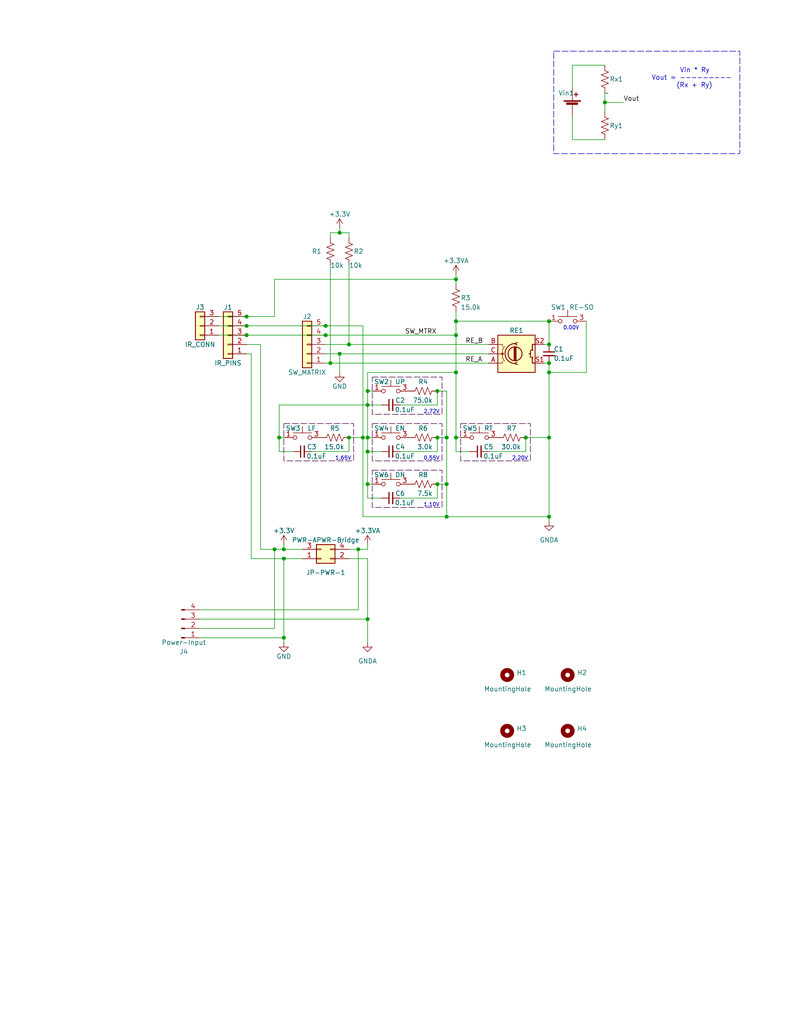
<source format=kicad_sch>
(kicad_sch (version 20230121) (generator eeschema)

  (uuid 6837b59f-09d9-4828-b818-e554889c44cd)

  (paper "A" portrait)

  (title_block
    (title "Portable Score Board - Linear Indicator Switches")
    (date "2024-06-23")
    (rev "1.0a")
    (company "AESilky")
    (comment 1 "Copyright AESilky 2023-24")
    (comment 3 "a=Value/Silkscreen Changes Only")
    (comment 4 "Linear Indicator Switches for Score Board Assy")
  )

  (lib_symbols
    (symbol "AES_Library:SW_Push_Tactile_12-34" (pin_names (offset 1.016) hide) (in_bom yes) (on_board yes)
      (property "Reference" "SW" (at 1.27 2.54 0)
        (effects (font (size 1.27 1.27)) (justify left))
      )
      (property "Value" "SW_Push" (at 0 -1.27 0)
        (effects (font (size 1.27 1.27)))
      )
      (property "Footprint" "" (at 0 5.08 0)
        (effects (font (size 1.27 1.27)) hide)
      )
      (property "Datasheet" "~" (at 0 5.08 0)
        (effects (font (size 1.27 1.27)) hide)
      )
      (property "ki_keywords" "switch normally-open pushbutton push-button" (at 0 0 0)
        (effects (font (size 1.27 1.27)) hide)
      )
      (property "ki_description" "Push button switch, four pins, conn-across, 1-3/2-4" (at 0 0 0)
        (effects (font (size 1.27 1.27)) hide)
      )
      (symbol "SW_Push_Tactile_12-34_0_1"
        (circle (center -2.032 0) (radius 0.508)
          (stroke (width 0) (type default))
          (fill (type none))
        )
        (polyline
          (pts
            (xy 0 1.27)
            (xy 0 3.048)
          )
          (stroke (width 0) (type default))
          (fill (type none))
        )
        (polyline
          (pts
            (xy 2.54 1.27)
            (xy -2.54 1.27)
          )
          (stroke (width 0) (type default))
          (fill (type none))
        )
        (circle (center 2.032 0) (radius 0.508)
          (stroke (width 0) (type default))
          (fill (type none))
        )
      )
      (symbol "SW_Push_Tactile_12-34_1_1"
        (pin passive line (at -5.08 0 0) (length 2.54)
          (name "1" (effects (font (size 1.27 1.27))))
          (number "1" (effects (font (size 1.27 1.27))))
        )
        (pin passive line (at -5.08 0 0) (length 2.54) hide
          (name "2" (effects (font (size 1.27 1.27))))
          (number "2" (effects (font (size 1.27 1.27))))
        )
        (pin passive line (at 5.08 0 180) (length 2.54)
          (name "3" (effects (font (size 1.27 1.27))))
          (number "3" (effects (font (size 1.27 1.27))))
        )
        (pin passive line (at 5.08 0 180) (length 2.54) hide
          (name "4" (effects (font (size 1.27 1.27))))
          (number "4" (effects (font (size 1.27 1.27))))
        )
      )
    )
    (symbol "Connector:Conn_01x04_Pin" (pin_names (offset 1.016) hide) (in_bom yes) (on_board yes)
      (property "Reference" "J" (at 0 5.08 0)
        (effects (font (size 1.27 1.27)))
      )
      (property "Value" "Conn_01x04_Pin" (at 0 -7.62 0)
        (effects (font (size 1.27 1.27)))
      )
      (property "Footprint" "" (at 0 0 0)
        (effects (font (size 1.27 1.27)) hide)
      )
      (property "Datasheet" "~" (at 0 0 0)
        (effects (font (size 1.27 1.27)) hide)
      )
      (property "ki_locked" "" (at 0 0 0)
        (effects (font (size 1.27 1.27)))
      )
      (property "ki_keywords" "connector" (at 0 0 0)
        (effects (font (size 1.27 1.27)) hide)
      )
      (property "ki_description" "Generic connector, single row, 01x04, script generated" (at 0 0 0)
        (effects (font (size 1.27 1.27)) hide)
      )
      (property "ki_fp_filters" "Connector*:*_1x??_*" (at 0 0 0)
        (effects (font (size 1.27 1.27)) hide)
      )
      (symbol "Conn_01x04_Pin_1_1"
        (polyline
          (pts
            (xy 1.27 -5.08)
            (xy 0.8636 -5.08)
          )
          (stroke (width 0.1524) (type default))
          (fill (type none))
        )
        (polyline
          (pts
            (xy 1.27 -2.54)
            (xy 0.8636 -2.54)
          )
          (stroke (width 0.1524) (type default))
          (fill (type none))
        )
        (polyline
          (pts
            (xy 1.27 0)
            (xy 0.8636 0)
          )
          (stroke (width 0.1524) (type default))
          (fill (type none))
        )
        (polyline
          (pts
            (xy 1.27 2.54)
            (xy 0.8636 2.54)
          )
          (stroke (width 0.1524) (type default))
          (fill (type none))
        )
        (rectangle (start 0.8636 -4.953) (end 0 -5.207)
          (stroke (width 0.1524) (type default))
          (fill (type outline))
        )
        (rectangle (start 0.8636 -2.413) (end 0 -2.667)
          (stroke (width 0.1524) (type default))
          (fill (type outline))
        )
        (rectangle (start 0.8636 0.127) (end 0 -0.127)
          (stroke (width 0.1524) (type default))
          (fill (type outline))
        )
        (rectangle (start 0.8636 2.667) (end 0 2.413)
          (stroke (width 0.1524) (type default))
          (fill (type outline))
        )
        (pin passive line (at 5.08 2.54 180) (length 3.81)
          (name "Pin_1" (effects (font (size 1.27 1.27))))
          (number "1" (effects (font (size 1.27 1.27))))
        )
        (pin passive line (at 5.08 0 180) (length 3.81)
          (name "Pin_2" (effects (font (size 1.27 1.27))))
          (number "2" (effects (font (size 1.27 1.27))))
        )
        (pin passive line (at 5.08 -2.54 180) (length 3.81)
          (name "Pin_3" (effects (font (size 1.27 1.27))))
          (number "3" (effects (font (size 1.27 1.27))))
        )
        (pin passive line (at 5.08 -5.08 180) (length 3.81)
          (name "Pin_4" (effects (font (size 1.27 1.27))))
          (number "4" (effects (font (size 1.27 1.27))))
        )
      )
    )
    (symbol "Connector_Generic:Conn_01x03" (pin_names (offset 1.016) hide) (in_bom yes) (on_board yes)
      (property "Reference" "J" (at 0 5.08 0)
        (effects (font (size 1.27 1.27)))
      )
      (property "Value" "Conn_01x03" (at 0 -5.08 0)
        (effects (font (size 1.27 1.27)))
      )
      (property "Footprint" "" (at 0 0 0)
        (effects (font (size 1.27 1.27)) hide)
      )
      (property "Datasheet" "~" (at 0 0 0)
        (effects (font (size 1.27 1.27)) hide)
      )
      (property "ki_keywords" "connector" (at 0 0 0)
        (effects (font (size 1.27 1.27)) hide)
      )
      (property "ki_description" "Generic connector, single row, 01x03, script generated (kicad-library-utils/schlib/autogen/connector/)" (at 0 0 0)
        (effects (font (size 1.27 1.27)) hide)
      )
      (property "ki_fp_filters" "Connector*:*_1x??_*" (at 0 0 0)
        (effects (font (size 1.27 1.27)) hide)
      )
      (symbol "Conn_01x03_1_1"
        (rectangle (start -1.27 -2.413) (end 0 -2.667)
          (stroke (width 0.1524) (type default))
          (fill (type none))
        )
        (rectangle (start -1.27 0.127) (end 0 -0.127)
          (stroke (width 0.1524) (type default))
          (fill (type none))
        )
        (rectangle (start -1.27 2.667) (end 0 2.413)
          (stroke (width 0.1524) (type default))
          (fill (type none))
        )
        (rectangle (start -1.27 3.81) (end 1.27 -3.81)
          (stroke (width 0.254) (type default))
          (fill (type background))
        )
        (pin passive line (at -5.08 2.54 0) (length 3.81)
          (name "Pin_1" (effects (font (size 1.27 1.27))))
          (number "1" (effects (font (size 1.27 1.27))))
        )
        (pin passive line (at -5.08 0 0) (length 3.81)
          (name "Pin_2" (effects (font (size 1.27 1.27))))
          (number "2" (effects (font (size 1.27 1.27))))
        )
        (pin passive line (at -5.08 -2.54 0) (length 3.81)
          (name "Pin_3" (effects (font (size 1.27 1.27))))
          (number "3" (effects (font (size 1.27 1.27))))
        )
      )
    )
    (symbol "Connector_Generic:Conn_01x05" (pin_names (offset 1.016) hide) (in_bom yes) (on_board yes)
      (property "Reference" "J" (at 0 7.62 0)
        (effects (font (size 1.27 1.27)))
      )
      (property "Value" "Conn_01x05" (at 0 -7.62 0)
        (effects (font (size 1.27 1.27)))
      )
      (property "Footprint" "" (at 0 0 0)
        (effects (font (size 1.27 1.27)) hide)
      )
      (property "Datasheet" "~" (at 0 0 0)
        (effects (font (size 1.27 1.27)) hide)
      )
      (property "ki_keywords" "connector" (at 0 0 0)
        (effects (font (size 1.27 1.27)) hide)
      )
      (property "ki_description" "Generic connector, single row, 01x05, script generated (kicad-library-utils/schlib/autogen/connector/)" (at 0 0 0)
        (effects (font (size 1.27 1.27)) hide)
      )
      (property "ki_fp_filters" "Connector*:*_1x??_*" (at 0 0 0)
        (effects (font (size 1.27 1.27)) hide)
      )
      (symbol "Conn_01x05_1_1"
        (rectangle (start -1.27 -4.953) (end 0 -5.207)
          (stroke (width 0.1524) (type default))
          (fill (type none))
        )
        (rectangle (start -1.27 -2.413) (end 0 -2.667)
          (stroke (width 0.1524) (type default))
          (fill (type none))
        )
        (rectangle (start -1.27 0.127) (end 0 -0.127)
          (stroke (width 0.1524) (type default))
          (fill (type none))
        )
        (rectangle (start -1.27 2.667) (end 0 2.413)
          (stroke (width 0.1524) (type default))
          (fill (type none))
        )
        (rectangle (start -1.27 5.207) (end 0 4.953)
          (stroke (width 0.1524) (type default))
          (fill (type none))
        )
        (rectangle (start -1.27 6.35) (end 1.27 -6.35)
          (stroke (width 0.254) (type default))
          (fill (type background))
        )
        (pin passive line (at -5.08 5.08 0) (length 3.81)
          (name "Pin_1" (effects (font (size 1.27 1.27))))
          (number "1" (effects (font (size 1.27 1.27))))
        )
        (pin passive line (at -5.08 2.54 0) (length 3.81)
          (name "Pin_2" (effects (font (size 1.27 1.27))))
          (number "2" (effects (font (size 1.27 1.27))))
        )
        (pin passive line (at -5.08 0 0) (length 3.81)
          (name "Pin_3" (effects (font (size 1.27 1.27))))
          (number "3" (effects (font (size 1.27 1.27))))
        )
        (pin passive line (at -5.08 -2.54 0) (length 3.81)
          (name "Pin_4" (effects (font (size 1.27 1.27))))
          (number "4" (effects (font (size 1.27 1.27))))
        )
        (pin passive line (at -5.08 -5.08 0) (length 3.81)
          (name "Pin_5" (effects (font (size 1.27 1.27))))
          (number "5" (effects (font (size 1.27 1.27))))
        )
      )
    )
    (symbol "Connector_Generic:Conn_02x02_Odd_Even" (pin_names (offset 1.016) hide) (in_bom yes) (on_board yes)
      (property "Reference" "J" (at 1.27 2.54 0)
        (effects (font (size 1.27 1.27)))
      )
      (property "Value" "Conn_02x02_Odd_Even" (at 1.27 -5.08 0)
        (effects (font (size 1.27 1.27)))
      )
      (property "Footprint" "" (at 0 0 0)
        (effects (font (size 1.27 1.27)) hide)
      )
      (property "Datasheet" "~" (at 0 0 0)
        (effects (font (size 1.27 1.27)) hide)
      )
      (property "ki_keywords" "connector" (at 0 0 0)
        (effects (font (size 1.27 1.27)) hide)
      )
      (property "ki_description" "Generic connector, double row, 02x02, odd/even pin numbering scheme (row 1 odd numbers, row 2 even numbers), script generated (kicad-library-utils/schlib/autogen/connector/)" (at 0 0 0)
        (effects (font (size 1.27 1.27)) hide)
      )
      (property "ki_fp_filters" "Connector*:*_2x??_*" (at 0 0 0)
        (effects (font (size 1.27 1.27)) hide)
      )
      (symbol "Conn_02x02_Odd_Even_1_1"
        (rectangle (start -1.27 -2.413) (end 0 -2.667)
          (stroke (width 0.1524) (type default))
          (fill (type none))
        )
        (rectangle (start -1.27 0.127) (end 0 -0.127)
          (stroke (width 0.1524) (type default))
          (fill (type none))
        )
        (rectangle (start -1.27 1.27) (end 3.81 -3.81)
          (stroke (width 0.254) (type default))
          (fill (type background))
        )
        (rectangle (start 3.81 -2.413) (end 2.54 -2.667)
          (stroke (width 0.1524) (type default))
          (fill (type none))
        )
        (rectangle (start 3.81 0.127) (end 2.54 -0.127)
          (stroke (width 0.1524) (type default))
          (fill (type none))
        )
        (pin passive line (at -5.08 0 0) (length 3.81)
          (name "Pin_1" (effects (font (size 1.27 1.27))))
          (number "1" (effects (font (size 1.27 1.27))))
        )
        (pin passive line (at 7.62 0 180) (length 3.81)
          (name "Pin_2" (effects (font (size 1.27 1.27))))
          (number "2" (effects (font (size 1.27 1.27))))
        )
        (pin passive line (at -5.08 -2.54 0) (length 3.81)
          (name "Pin_3" (effects (font (size 1.27 1.27))))
          (number "3" (effects (font (size 1.27 1.27))))
        )
        (pin passive line (at 7.62 -2.54 180) (length 3.81)
          (name "Pin_4" (effects (font (size 1.27 1.27))))
          (number "4" (effects (font (size 1.27 1.27))))
        )
      )
    )
    (symbol "Device:Battery_Cell" (pin_numbers hide) (pin_names (offset 0) hide) (in_bom yes) (on_board yes)
      (property "Reference" "BT" (at 2.54 2.54 0)
        (effects (font (size 1.27 1.27)) (justify left))
      )
      (property "Value" "Battery_Cell" (at 2.54 0 0)
        (effects (font (size 1.27 1.27)) (justify left))
      )
      (property "Footprint" "" (at 0 1.524 90)
        (effects (font (size 1.27 1.27)) hide)
      )
      (property "Datasheet" "~" (at 0 1.524 90)
        (effects (font (size 1.27 1.27)) hide)
      )
      (property "ki_keywords" "battery cell" (at 0 0 0)
        (effects (font (size 1.27 1.27)) hide)
      )
      (property "ki_description" "Single-cell battery" (at 0 0 0)
        (effects (font (size 1.27 1.27)) hide)
      )
      (symbol "Battery_Cell_0_1"
        (rectangle (start -2.286 1.778) (end 2.286 1.524)
          (stroke (width 0) (type default))
          (fill (type outline))
        )
        (rectangle (start -1.5748 1.1938) (end 1.4732 0.6858)
          (stroke (width 0) (type default))
          (fill (type outline))
        )
        (polyline
          (pts
            (xy 0 0.762)
            (xy 0 0)
          )
          (stroke (width 0) (type default))
          (fill (type none))
        )
        (polyline
          (pts
            (xy 0 1.778)
            (xy 0 2.54)
          )
          (stroke (width 0) (type default))
          (fill (type none))
        )
        (polyline
          (pts
            (xy 0.508 3.429)
            (xy 1.524 3.429)
          )
          (stroke (width 0.254) (type default))
          (fill (type none))
        )
        (polyline
          (pts
            (xy 1.016 3.937)
            (xy 1.016 2.921)
          )
          (stroke (width 0.254) (type default))
          (fill (type none))
        )
      )
      (symbol "Battery_Cell_1_1"
        (pin passive line (at 0 5.08 270) (length 2.54)
          (name "+" (effects (font (size 1.27 1.27))))
          (number "1" (effects (font (size 1.27 1.27))))
        )
        (pin passive line (at 0 -2.54 90) (length 2.54)
          (name "-" (effects (font (size 1.27 1.27))))
          (number "2" (effects (font (size 1.27 1.27))))
        )
      )
    )
    (symbol "Device:C_Small" (pin_numbers hide) (pin_names (offset 0.254) hide) (in_bom yes) (on_board yes)
      (property "Reference" "C" (at 0.254 1.778 0)
        (effects (font (size 1.27 1.27)) (justify left))
      )
      (property "Value" "C_Small" (at 0.254 -2.032 0)
        (effects (font (size 1.27 1.27)) (justify left))
      )
      (property "Footprint" "" (at 0 0 0)
        (effects (font (size 1.27 1.27)) hide)
      )
      (property "Datasheet" "~" (at 0 0 0)
        (effects (font (size 1.27 1.27)) hide)
      )
      (property "ki_keywords" "capacitor cap" (at 0 0 0)
        (effects (font (size 1.27 1.27)) hide)
      )
      (property "ki_description" "Unpolarized capacitor, small symbol" (at 0 0 0)
        (effects (font (size 1.27 1.27)) hide)
      )
      (property "ki_fp_filters" "C_*" (at 0 0 0)
        (effects (font (size 1.27 1.27)) hide)
      )
      (symbol "C_Small_0_1"
        (polyline
          (pts
            (xy -1.524 -0.508)
            (xy 1.524 -0.508)
          )
          (stroke (width 0.3302) (type default))
          (fill (type none))
        )
        (polyline
          (pts
            (xy -1.524 0.508)
            (xy 1.524 0.508)
          )
          (stroke (width 0.3048) (type default))
          (fill (type none))
        )
      )
      (symbol "C_Small_1_1"
        (pin passive line (at 0 2.54 270) (length 2.032)
          (name "~" (effects (font (size 1.27 1.27))))
          (number "1" (effects (font (size 1.27 1.27))))
        )
        (pin passive line (at 0 -2.54 90) (length 2.032)
          (name "~" (effects (font (size 1.27 1.27))))
          (number "2" (effects (font (size 1.27 1.27))))
        )
      )
    )
    (symbol "Device:R_US" (pin_numbers hide) (pin_names (offset 0)) (in_bom yes) (on_board yes)
      (property "Reference" "R" (at 2.54 0 90)
        (effects (font (size 1.27 1.27)))
      )
      (property "Value" "R_US" (at -2.54 0 90)
        (effects (font (size 1.27 1.27)))
      )
      (property "Footprint" "" (at 1.016 -0.254 90)
        (effects (font (size 1.27 1.27)) hide)
      )
      (property "Datasheet" "~" (at 0 0 0)
        (effects (font (size 1.27 1.27)) hide)
      )
      (property "ki_keywords" "R res resistor" (at 0 0 0)
        (effects (font (size 1.27 1.27)) hide)
      )
      (property "ki_description" "Resistor, US symbol" (at 0 0 0)
        (effects (font (size 1.27 1.27)) hide)
      )
      (property "ki_fp_filters" "R_*" (at 0 0 0)
        (effects (font (size 1.27 1.27)) hide)
      )
      (symbol "R_US_0_1"
        (polyline
          (pts
            (xy 0 -2.286)
            (xy 0 -2.54)
          )
          (stroke (width 0) (type default))
          (fill (type none))
        )
        (polyline
          (pts
            (xy 0 2.286)
            (xy 0 2.54)
          )
          (stroke (width 0) (type default))
          (fill (type none))
        )
        (polyline
          (pts
            (xy 0 -0.762)
            (xy 1.016 -1.143)
            (xy 0 -1.524)
            (xy -1.016 -1.905)
            (xy 0 -2.286)
          )
          (stroke (width 0) (type default))
          (fill (type none))
        )
        (polyline
          (pts
            (xy 0 0.762)
            (xy 1.016 0.381)
            (xy 0 0)
            (xy -1.016 -0.381)
            (xy 0 -0.762)
          )
          (stroke (width 0) (type default))
          (fill (type none))
        )
        (polyline
          (pts
            (xy 0 2.286)
            (xy 1.016 1.905)
            (xy 0 1.524)
            (xy -1.016 1.143)
            (xy 0 0.762)
          )
          (stroke (width 0) (type default))
          (fill (type none))
        )
      )
      (symbol "R_US_1_1"
        (pin passive line (at 0 3.81 270) (length 1.27)
          (name "~" (effects (font (size 1.27 1.27))))
          (number "1" (effects (font (size 1.27 1.27))))
        )
        (pin passive line (at 0 -3.81 90) (length 1.27)
          (name "~" (effects (font (size 1.27 1.27))))
          (number "2" (effects (font (size 1.27 1.27))))
        )
      )
    )
    (symbol "Device:RotaryEncoder_Switch" (pin_names (offset 0.254) hide) (in_bom yes) (on_board yes)
      (property "Reference" "SW" (at 0 6.604 0)
        (effects (font (size 1.27 1.27)))
      )
      (property "Value" "RotaryEncoder_Switch" (at 0 -6.604 0)
        (effects (font (size 1.27 1.27)))
      )
      (property "Footprint" "" (at -3.81 4.064 0)
        (effects (font (size 1.27 1.27)) hide)
      )
      (property "Datasheet" "~" (at 0 6.604 0)
        (effects (font (size 1.27 1.27)) hide)
      )
      (property "ki_keywords" "rotary switch encoder switch push button" (at 0 0 0)
        (effects (font (size 1.27 1.27)) hide)
      )
      (property "ki_description" "Rotary encoder, dual channel, incremental quadrate outputs, with switch" (at 0 0 0)
        (effects (font (size 1.27 1.27)) hide)
      )
      (property "ki_fp_filters" "RotaryEncoder*Switch*" (at 0 0 0)
        (effects (font (size 1.27 1.27)) hide)
      )
      (symbol "RotaryEncoder_Switch_0_1"
        (rectangle (start -5.08 5.08) (end 5.08 -5.08)
          (stroke (width 0.254) (type default))
          (fill (type background))
        )
        (circle (center -3.81 0) (radius 0.254)
          (stroke (width 0) (type default))
          (fill (type outline))
        )
        (circle (center -0.381 0) (radius 1.905)
          (stroke (width 0.254) (type default))
          (fill (type none))
        )
        (arc (start -0.381 2.667) (mid -3.0988 -0.0635) (end -0.381 -2.794)
          (stroke (width 0.254) (type default))
          (fill (type none))
        )
        (polyline
          (pts
            (xy -0.635 -1.778)
            (xy -0.635 1.778)
          )
          (stroke (width 0.254) (type default))
          (fill (type none))
        )
        (polyline
          (pts
            (xy -0.381 -1.778)
            (xy -0.381 1.778)
          )
          (stroke (width 0.254) (type default))
          (fill (type none))
        )
        (polyline
          (pts
            (xy -0.127 1.778)
            (xy -0.127 -1.778)
          )
          (stroke (width 0.254) (type default))
          (fill (type none))
        )
        (polyline
          (pts
            (xy 3.81 0)
            (xy 3.429 0)
          )
          (stroke (width 0.254) (type default))
          (fill (type none))
        )
        (polyline
          (pts
            (xy 3.81 1.016)
            (xy 3.81 -1.016)
          )
          (stroke (width 0.254) (type default))
          (fill (type none))
        )
        (polyline
          (pts
            (xy -5.08 -2.54)
            (xy -3.81 -2.54)
            (xy -3.81 -2.032)
          )
          (stroke (width 0) (type default))
          (fill (type none))
        )
        (polyline
          (pts
            (xy -5.08 2.54)
            (xy -3.81 2.54)
            (xy -3.81 2.032)
          )
          (stroke (width 0) (type default))
          (fill (type none))
        )
        (polyline
          (pts
            (xy 0.254 -3.048)
            (xy -0.508 -2.794)
            (xy 0.127 -2.413)
          )
          (stroke (width 0.254) (type default))
          (fill (type none))
        )
        (polyline
          (pts
            (xy 0.254 2.921)
            (xy -0.508 2.667)
            (xy 0.127 2.286)
          )
          (stroke (width 0.254) (type default))
          (fill (type none))
        )
        (polyline
          (pts
            (xy 5.08 -2.54)
            (xy 4.318 -2.54)
            (xy 4.318 -1.016)
          )
          (stroke (width 0.254) (type default))
          (fill (type none))
        )
        (polyline
          (pts
            (xy 5.08 2.54)
            (xy 4.318 2.54)
            (xy 4.318 1.016)
          )
          (stroke (width 0.254) (type default))
          (fill (type none))
        )
        (polyline
          (pts
            (xy -5.08 0)
            (xy -3.81 0)
            (xy -3.81 -1.016)
            (xy -3.302 -2.032)
          )
          (stroke (width 0) (type default))
          (fill (type none))
        )
        (polyline
          (pts
            (xy -4.318 0)
            (xy -3.81 0)
            (xy -3.81 1.016)
            (xy -3.302 2.032)
          )
          (stroke (width 0) (type default))
          (fill (type none))
        )
        (circle (center 4.318 -1.016) (radius 0.127)
          (stroke (width 0.254) (type default))
          (fill (type none))
        )
        (circle (center 4.318 1.016) (radius 0.127)
          (stroke (width 0.254) (type default))
          (fill (type none))
        )
      )
      (symbol "RotaryEncoder_Switch_1_1"
        (pin passive line (at -7.62 2.54 0) (length 2.54)
          (name "A" (effects (font (size 1.27 1.27))))
          (number "A" (effects (font (size 1.27 1.27))))
        )
        (pin passive line (at -7.62 -2.54 0) (length 2.54)
          (name "B" (effects (font (size 1.27 1.27))))
          (number "B" (effects (font (size 1.27 1.27))))
        )
        (pin passive line (at -7.62 0 0) (length 2.54)
          (name "C" (effects (font (size 1.27 1.27))))
          (number "C" (effects (font (size 1.27 1.27))))
        )
        (pin passive line (at 7.62 2.54 180) (length 2.54)
          (name "S1" (effects (font (size 1.27 1.27))))
          (number "S1" (effects (font (size 1.27 1.27))))
        )
        (pin passive line (at 7.62 -2.54 180) (length 2.54)
          (name "S2" (effects (font (size 1.27 1.27))))
          (number "S2" (effects (font (size 1.27 1.27))))
        )
      )
    )
    (symbol "Mechanical:MountingHole" (pin_names (offset 1.016)) (in_bom yes) (on_board yes)
      (property "Reference" "H" (at 0 5.08 0)
        (effects (font (size 1.27 1.27)))
      )
      (property "Value" "MountingHole" (at 0 3.175 0)
        (effects (font (size 1.27 1.27)))
      )
      (property "Footprint" "" (at 0 0 0)
        (effects (font (size 1.27 1.27)) hide)
      )
      (property "Datasheet" "~" (at 0 0 0)
        (effects (font (size 1.27 1.27)) hide)
      )
      (property "ki_keywords" "mounting hole" (at 0 0 0)
        (effects (font (size 1.27 1.27)) hide)
      )
      (property "ki_description" "Mounting Hole without connection" (at 0 0 0)
        (effects (font (size 1.27 1.27)) hide)
      )
      (property "ki_fp_filters" "MountingHole*" (at 0 0 0)
        (effects (font (size 1.27 1.27)) hide)
      )
      (symbol "MountingHole_0_1"
        (circle (center 0 0) (radius 1.27)
          (stroke (width 1.27) (type default))
          (fill (type none))
        )
      )
    )
    (symbol "power:+3.3V" (power) (pin_names (offset 0)) (in_bom yes) (on_board yes)
      (property "Reference" "#PWR" (at 0 -3.81 0)
        (effects (font (size 1.27 1.27)) hide)
      )
      (property "Value" "+3.3V" (at 0 3.556 0)
        (effects (font (size 1.27 1.27)))
      )
      (property "Footprint" "" (at 0 0 0)
        (effects (font (size 1.27 1.27)) hide)
      )
      (property "Datasheet" "" (at 0 0 0)
        (effects (font (size 1.27 1.27)) hide)
      )
      (property "ki_keywords" "global power" (at 0 0 0)
        (effects (font (size 1.27 1.27)) hide)
      )
      (property "ki_description" "Power symbol creates a global label with name \"+3.3V\"" (at 0 0 0)
        (effects (font (size 1.27 1.27)) hide)
      )
      (symbol "+3.3V_0_1"
        (polyline
          (pts
            (xy -0.762 1.27)
            (xy 0 2.54)
          )
          (stroke (width 0) (type default))
          (fill (type none))
        )
        (polyline
          (pts
            (xy 0 0)
            (xy 0 2.54)
          )
          (stroke (width 0) (type default))
          (fill (type none))
        )
        (polyline
          (pts
            (xy 0 2.54)
            (xy 0.762 1.27)
          )
          (stroke (width 0) (type default))
          (fill (type none))
        )
      )
      (symbol "+3.3V_1_1"
        (pin power_in line (at 0 0 90) (length 0) hide
          (name "+3.3V" (effects (font (size 1.27 1.27))))
          (number "1" (effects (font (size 1.27 1.27))))
        )
      )
    )
    (symbol "power:+3.3VA" (power) (pin_names (offset 0)) (in_bom yes) (on_board yes)
      (property "Reference" "#PWR" (at 0 -3.81 0)
        (effects (font (size 1.27 1.27)) hide)
      )
      (property "Value" "+3.3VA" (at 0 3.556 0)
        (effects (font (size 1.27 1.27)))
      )
      (property "Footprint" "" (at 0 0 0)
        (effects (font (size 1.27 1.27)) hide)
      )
      (property "Datasheet" "" (at 0 0 0)
        (effects (font (size 1.27 1.27)) hide)
      )
      (property "ki_keywords" "global power" (at 0 0 0)
        (effects (font (size 1.27 1.27)) hide)
      )
      (property "ki_description" "Power symbol creates a global label with name \"+3.3VA\"" (at 0 0 0)
        (effects (font (size 1.27 1.27)) hide)
      )
      (symbol "+3.3VA_0_1"
        (polyline
          (pts
            (xy -0.762 1.27)
            (xy 0 2.54)
          )
          (stroke (width 0) (type default))
          (fill (type none))
        )
        (polyline
          (pts
            (xy 0 0)
            (xy 0 2.54)
          )
          (stroke (width 0) (type default))
          (fill (type none))
        )
        (polyline
          (pts
            (xy 0 2.54)
            (xy 0.762 1.27)
          )
          (stroke (width 0) (type default))
          (fill (type none))
        )
      )
      (symbol "+3.3VA_1_1"
        (pin power_in line (at 0 0 90) (length 0) hide
          (name "+3.3VA" (effects (font (size 1.27 1.27))))
          (number "1" (effects (font (size 1.27 1.27))))
        )
      )
    )
    (symbol "power:GND" (power) (pin_names (offset 0)) (in_bom yes) (on_board yes)
      (property "Reference" "#PWR" (at 0 -6.35 0)
        (effects (font (size 1.27 1.27)) hide)
      )
      (property "Value" "GND" (at 0 -3.81 0)
        (effects (font (size 1.27 1.27)))
      )
      (property "Footprint" "" (at 0 0 0)
        (effects (font (size 1.27 1.27)) hide)
      )
      (property "Datasheet" "" (at 0 0 0)
        (effects (font (size 1.27 1.27)) hide)
      )
      (property "ki_keywords" "global power" (at 0 0 0)
        (effects (font (size 1.27 1.27)) hide)
      )
      (property "ki_description" "Power symbol creates a global label with name \"GND\" , ground" (at 0 0 0)
        (effects (font (size 1.27 1.27)) hide)
      )
      (symbol "GND_0_1"
        (polyline
          (pts
            (xy 0 0)
            (xy 0 -1.27)
            (xy 1.27 -1.27)
            (xy 0 -2.54)
            (xy -1.27 -1.27)
            (xy 0 -1.27)
          )
          (stroke (width 0) (type default))
          (fill (type none))
        )
      )
      (symbol "GND_1_1"
        (pin power_in line (at 0 0 270) (length 0) hide
          (name "GND" (effects (font (size 1.27 1.27))))
          (number "1" (effects (font (size 1.27 1.27))))
        )
      )
    )
    (symbol "power:GNDA" (power) (pin_names (offset 0)) (in_bom yes) (on_board yes)
      (property "Reference" "#PWR" (at 0 -6.35 0)
        (effects (font (size 1.27 1.27)) hide)
      )
      (property "Value" "GNDA" (at 0 -3.81 0)
        (effects (font (size 1.27 1.27)))
      )
      (property "Footprint" "" (at 0 0 0)
        (effects (font (size 1.27 1.27)) hide)
      )
      (property "Datasheet" "" (at 0 0 0)
        (effects (font (size 1.27 1.27)) hide)
      )
      (property "ki_keywords" "global power" (at 0 0 0)
        (effects (font (size 1.27 1.27)) hide)
      )
      (property "ki_description" "Power symbol creates a global label with name \"GNDA\" , analog ground" (at 0 0 0)
        (effects (font (size 1.27 1.27)) hide)
      )
      (symbol "GNDA_0_1"
        (polyline
          (pts
            (xy 0 0)
            (xy 0 -1.27)
            (xy 1.27 -1.27)
            (xy 0 -2.54)
            (xy -1.27 -1.27)
            (xy 0 -1.27)
          )
          (stroke (width 0) (type default))
          (fill (type none))
        )
      )
      (symbol "GNDA_1_1"
        (pin power_in line (at 0 0 270) (length 0) hide
          (name "GNDA" (effects (font (size 1.27 1.27))))
          (number "1" (effects (font (size 1.27 1.27))))
        )
      )
    )
  )

  (bus_alias "SEGMENT-DRIVE-A" (members "SDA.A" "SDA.B" "SDA.C" "SDA.D" "SDA.E" "SDA.F" "SDA.G" "SDA.P"))
  (junction (at 124.46 87.63) (diameter 0) (color 0 0 0 0)
    (uuid 01fc6223-0f01-4da0-a06f-d8527a52532d)
  )
  (junction (at 119.38 106.68) (diameter 0) (color 0 0 0 0)
    (uuid 038b8b81-1b0a-4c56-9078-7262f15ea8df)
  )
  (junction (at 67.31 86.36) (diameter 0) (color 0 0 0 0)
    (uuid 147445d7-4628-4f3c-ab3b-98887d49b8b4)
  )
  (junction (at 149.86 119.38) (diameter 0) (color 0 0 0 0)
    (uuid 2df185e5-a31b-46c7-b016-5fbc07b971fa)
  )
  (junction (at 121.92 132.08) (diameter 0) (color 0 0 0 0)
    (uuid 2f178bdf-9617-420e-8091-9e0770e9f39a)
  )
  (junction (at 90.17 99.06) (diameter 0) (color 0 0 0 0)
    (uuid 30731a86-4f88-4851-bf36-3277bf8b50e6)
  )
  (junction (at 88.9 88.9) (diameter 0) (color 0 0 0 0)
    (uuid 3f4db06a-3751-45bd-af84-7e345e1c7382)
  )
  (junction (at 99.06 119.38) (diameter 0) (color 0 0 0 0)
    (uuid 40324e13-ba3d-4eca-9283-fb7916cb1700)
  )
  (junction (at 88.9 91.44) (diameter 0) (color 0 0 0 0)
    (uuid 4463f3a4-a72c-4dc1-9da2-8d1d0bd4b642)
  )
  (junction (at 77.47 152.4) (diameter 0) (color 0 0 0 0)
    (uuid 47897096-689a-4f99-bf8b-46293c6ee72e)
  )
  (junction (at 97.79 149.86) (diameter 0) (color 0 0 0 0)
    (uuid 4b061110-6654-4cfc-a27f-40092aa7d963)
  )
  (junction (at 92.71 96.52) (diameter 0) (color 0 0 0 0)
    (uuid 5aabb122-9d56-4e48-934e-a5eef0bb6af9)
  )
  (junction (at 100.33 132.08) (diameter 0) (color 0 0 0 0)
    (uuid 6940d939-29b2-4944-88f2-8a421ee44ed8)
  )
  (junction (at 119.38 119.38) (diameter 0) (color 0 0 0 0)
    (uuid 6b48241b-5785-450a-b4b0-eb866ec6e985)
  )
  (junction (at 77.47 149.86) (diameter 0) (color 0 0 0 0)
    (uuid 75828204-09e7-4ed1-be0e-d26c174e54cb)
  )
  (junction (at 67.31 88.9) (diameter 0) (color 0 0 0 0)
    (uuid 768db226-ffcc-499f-8632-dd3c8b4abfec)
  )
  (junction (at 76.2 119.38) (diameter 0) (color 0 0 0 0)
    (uuid 7def9354-d3ad-497b-a95b-192e3ff41c7e)
  )
  (junction (at 124.46 101.6) (diameter 0) (color 0 0 0 0)
    (uuid 7e41ebcd-19e4-49d1-9321-5ee2feea9fdc)
  )
  (junction (at 124.46 91.44) (diameter 0) (color 0 0 0 0)
    (uuid 86287d78-06c1-495b-bda1-25090f3e2661)
  )
  (junction (at 149.86 99.06) (diameter 0) (color 0 0 0 0)
    (uuid 9adf979d-47eb-4291-925e-8a67b689b0f4)
  )
  (junction (at 100.33 110.49) (diameter 0) (color 0 0 0 0)
    (uuid 9f8aed41-4edc-4a8a-96c1-9684df5dd2f7)
  )
  (junction (at 121.92 140.97) (diameter 0) (color 0 0 0 0)
    (uuid a10766d3-041c-422c-848f-d496abf547b4)
  )
  (junction (at 67.31 91.44) (diameter 0) (color 0 0 0 0)
    (uuid a397a6e8-74a2-4baa-b93f-a5f8f10476d1)
  )
  (junction (at 124.46 119.38) (diameter 0) (color 0 0 0 0)
    (uuid a82d3cc1-e69f-4992-a3a9-bec9120618b5)
  )
  (junction (at 143.51 119.38) (diameter 0) (color 0 0 0 0)
    (uuid b0c92993-ae49-490b-800e-5fa335645cf5)
  )
  (junction (at 77.47 173.99) (diameter 0) (color 0 0 0 0)
    (uuid b17e8a20-cac7-4d58-8c7c-b325191e82b5)
  )
  (junction (at 165.1 27.94) (diameter 0) (color 0 0 0 0)
    (uuid b7854f3b-9d54-49c0-a96f-f95ba406f7c6)
  )
  (junction (at 121.92 119.38) (diameter 0) (color 0 0 0 0)
    (uuid b9359e3d-d6c5-4d1a-8cd2-1b88e52ebc42)
  )
  (junction (at 92.71 63.5) (diameter 0) (color 0 0 0 0)
    (uuid be5945e7-2f6e-434d-9c0d-e310f9a5e886)
  )
  (junction (at 149.86 93.98) (diameter 0) (color 0 0 0 0)
    (uuid c5cd000b-a7bb-469e-8809-f5801fdfa822)
  )
  (junction (at 95.25 93.98) (diameter 0) (color 0 0 0 0)
    (uuid d574b70f-c947-4bd0-bf0c-e4387bc0867b)
  )
  (junction (at 100.33 168.91) (diameter 0) (color 0 0 0 0)
    (uuid e03bb42c-63f2-41b6-9d3a-5dcbf6eecdc3)
  )
  (junction (at 119.38 132.08) (diameter 0) (color 0 0 0 0)
    (uuid e25d0fdd-47c9-4a6b-a46c-76577c8cc0c2)
  )
  (junction (at 124.46 76.2) (diameter 0) (color 0 0 0 0)
    (uuid e7bb7cfa-4360-4feb-9b16-bee374dc0da7)
  )
  (junction (at 149.86 140.97) (diameter 0) (color 0 0 0 0)
    (uuid e83172ef-9f3a-4979-996b-8f8a0a255ed9)
  )
  (junction (at 95.25 119.38) (diameter 0) (color 0 0 0 0)
    (uuid e89e6594-0850-49a7-b58f-1e2a1fe7dc0e)
  )
  (junction (at 100.33 119.38) (diameter 0) (color 0 0 0 0)
    (uuid ea67a603-80a8-40df-bec9-c1bcb617259e)
  )
  (junction (at 74.93 149.86) (diameter 0) (color 0 0 0 0)
    (uuid eb175d06-aeee-40c8-928b-722987545c00)
  )
  (junction (at 100.33 123.19) (diameter 0) (color 0 0 0 0)
    (uuid ef43a584-7ccc-40a0-803a-953240eaa4fa)
  )
  (junction (at 100.33 106.68) (diameter 0) (color 0 0 0 0)
    (uuid f46f4211-c8f2-44ad-8f4c-7062b500a57f)
  )
  (junction (at 149.86 101.6) (diameter 0) (color 0 0 0 0)
    (uuid f865757f-5ee4-4dc9-ba83-4bfdf9868175)
  )
  (junction (at 149.86 87.63) (diameter 0) (color 0 0 0 0)
    (uuid fe849c27-41f1-4211-8dac-762b73ebb80b)
  )

  (wire (pts (xy 92.71 63.5) (xy 95.25 63.5))
    (stroke (width 0) (type default))
    (uuid 0059d047-4550-4513-8707-66ce1f005442)
  )
  (wire (pts (xy 100.33 110.49) (xy 100.33 119.38))
    (stroke (width 0) (type default))
    (uuid 00f6fa30-4c27-4d69-81ce-7455d1d77640)
  )
  (wire (pts (xy 54.61 166.37) (xy 97.79 166.37))
    (stroke (width 0) (type default))
    (uuid 01bf7e05-3246-4080-93ac-cb750fd9c7c0)
  )
  (wire (pts (xy 54.61 173.99) (xy 77.47 173.99))
    (stroke (width 0) (type default))
    (uuid 023aa4d5-97c8-4752-aebc-e5582024c820)
  )
  (wire (pts (xy 109.22 123.19) (xy 119.38 123.19))
    (stroke (width 0) (type default))
    (uuid 026787e1-95c9-4fce-88c6-66c02e752c29)
  )
  (wire (pts (xy 119.38 106.68) (xy 119.38 110.49))
    (stroke (width 0) (type default))
    (uuid 03cff093-a6ef-4f8c-aec1-a19c3591f4ad)
  )
  (wire (pts (xy 119.38 132.08) (xy 121.92 132.08))
    (stroke (width 0) (type default))
    (uuid 04abe0df-141a-407a-81ac-302bf58b7c23)
  )
  (wire (pts (xy 143.51 123.19) (xy 143.51 119.38))
    (stroke (width 0) (type default))
    (uuid 04c64ef5-1b5f-4bc3-b925-f79aa8647e86)
  )
  (wire (pts (xy 100.33 152.4) (xy 100.33 168.91))
    (stroke (width 0) (type default))
    (uuid 05280903-002f-4c92-8fca-ca573df3a1ac)
  )
  (wire (pts (xy 124.46 101.6) (xy 124.46 119.38))
    (stroke (width 0) (type default))
    (uuid 054e4b8a-f4ab-4081-a0e4-12eff3ef34f5)
  )
  (wire (pts (xy 67.31 88.9) (xy 88.9 88.9))
    (stroke (width 0) (type default))
    (uuid 0640fb31-e1e3-4c64-aa58-5184d2129a36)
  )
  (wire (pts (xy 90.17 64.77) (xy 90.17 63.5))
    (stroke (width 0) (type default))
    (uuid 08cefbc3-f45a-46b7-a492-253f5c4305b9)
  )
  (wire (pts (xy 104.14 110.49) (xy 100.33 110.49))
    (stroke (width 0) (type default))
    (uuid 0996fa04-bbd1-4ed4-9b50-605996cc1f84)
  )
  (wire (pts (xy 100.33 106.68) (xy 101.6 106.68))
    (stroke (width 0) (type default))
    (uuid 0cbcb990-cfe6-4adb-bb06-43510f7ccba0)
  )
  (wire (pts (xy 76.2 110.49) (xy 76.2 119.38))
    (stroke (width 0) (type default))
    (uuid 1272cc58-af54-4ffb-bde9-6fd621c813fd)
  )
  (wire (pts (xy 95.25 119.38) (xy 95.25 123.19))
    (stroke (width 0) (type default))
    (uuid 15364d8d-a0cf-43f2-8fbc-3b080f5e24a8)
  )
  (wire (pts (xy 68.58 96.52) (xy 68.58 152.4))
    (stroke (width 0) (type default))
    (uuid 153b95f1-21b3-457d-948d-051d461576b1)
  )
  (wire (pts (xy 100.33 135.89) (xy 100.33 132.08))
    (stroke (width 0) (type default))
    (uuid 1ab883f5-9fa2-4786-afeb-9ed97fdd46fe)
  )
  (wire (pts (xy 74.93 86.36) (xy 74.93 76.2))
    (stroke (width 0) (type default))
    (uuid 1bb38b24-d596-464c-bfcf-33077189ef59)
  )
  (wire (pts (xy 100.33 119.38) (xy 101.6 119.38))
    (stroke (width 0) (type default))
    (uuid 1e61e052-a0c0-4255-9543-f55da5c04423)
  )
  (wire (pts (xy 71.12 149.86) (xy 74.93 149.86))
    (stroke (width 0) (type default))
    (uuid 21f41f22-07a1-49dd-901e-e1e8683a7901)
  )
  (wire (pts (xy 133.35 123.19) (xy 143.51 123.19))
    (stroke (width 0) (type default))
    (uuid 274ef9eb-2d5a-4fc3-9443-d624b16999b5)
  )
  (wire (pts (xy 59.69 91.44) (xy 67.31 91.44))
    (stroke (width 0) (type default))
    (uuid 2828c7e4-fa1c-4fb4-bf2b-91642eaf3d4d)
  )
  (wire (pts (xy 95.25 93.98) (xy 133.35 93.98))
    (stroke (width 0) (type default))
    (uuid 2a4bd89a-7853-46d5-af3f-32ae6cea3a19)
  )
  (wire (pts (xy 92.71 62.23) (xy 92.71 63.5))
    (stroke (width 0) (type default))
    (uuid 2ee38e11-1607-45c3-a310-34a87235a6df)
  )
  (wire (pts (xy 100.33 123.19) (xy 100.33 132.08))
    (stroke (width 0) (type default))
    (uuid 31b52eb3-44fa-476e-bcc3-fed778a8e25d)
  )
  (wire (pts (xy 121.92 119.38) (xy 121.92 132.08))
    (stroke (width 0) (type default))
    (uuid 376f748f-7670-469d-99b6-98c77fb06955)
  )
  (wire (pts (xy 67.31 96.52) (xy 68.58 96.52))
    (stroke (width 0) (type default))
    (uuid 37c36ea1-726e-4c18-bd02-238c59c19684)
  )
  (wire (pts (xy 68.58 152.4) (xy 77.47 152.4))
    (stroke (width 0) (type default))
    (uuid 3b29f5b1-d793-40f8-b6f1-33f34f3640dc)
  )
  (wire (pts (xy 88.9 93.98) (xy 95.25 93.98))
    (stroke (width 0) (type default))
    (uuid 3db83661-3787-4d2b-a19a-72968cb558b4)
  )
  (wire (pts (xy 100.33 168.91) (xy 100.33 175.26))
    (stroke (width 0) (type default))
    (uuid 427a580d-102f-4f1b-9f60-78708f85735a)
  )
  (wire (pts (xy 88.9 99.06) (xy 90.17 99.06))
    (stroke (width 0) (type default))
    (uuid 43f70309-43ff-4e12-b4f1-f8d9cd8b5636)
  )
  (wire (pts (xy 95.25 63.5) (xy 95.25 64.77))
    (stroke (width 0) (type default))
    (uuid 48b51ec3-a616-48e9-9064-d8f973a2cb3f)
  )
  (wire (pts (xy 90.17 72.39) (xy 90.17 99.06))
    (stroke (width 0) (type default))
    (uuid 49891ee6-719f-494f-a68a-7f1e777ffb6e)
  )
  (wire (pts (xy 165.1 27.94) (xy 170.18 27.94))
    (stroke (width 0) (type default))
    (uuid 4a436fa6-7560-4fdd-91bb-bc8d0dd6f63e)
  )
  (wire (pts (xy 77.47 149.86) (xy 77.47 148.59))
    (stroke (width 0) (type default))
    (uuid 4a76c895-d9a9-4602-8cfb-8822730c07f7)
  )
  (wire (pts (xy 149.86 99.06) (xy 149.86 101.6))
    (stroke (width 0) (type default))
    (uuid 4d3c3c9b-255c-4d6f-937f-b5934ae4351a)
  )
  (wire (pts (xy 76.2 110.49) (xy 100.33 110.49))
    (stroke (width 0) (type default))
    (uuid 5546181a-a580-423a-af57-ffabc71847b9)
  )
  (wire (pts (xy 95.25 119.38) (xy 99.06 119.38))
    (stroke (width 0) (type default))
    (uuid 55df9775-22e5-4853-bb29-ae598032ba58)
  )
  (wire (pts (xy 156.21 17.78) (xy 165.1 17.78))
    (stroke (width 0) (type default))
    (uuid 5af4b16b-f909-4133-bb73-6a9f7ae97978)
  )
  (wire (pts (xy 80.01 123.19) (xy 76.2 123.19))
    (stroke (width 0) (type default))
    (uuid 5b4e9412-1461-4027-a349-0a3e1ca9c10c)
  )
  (wire (pts (xy 77.47 173.99) (xy 77.47 175.26))
    (stroke (width 0) (type default))
    (uuid 5beb8ab6-af9e-4a0b-9686-569a84f7a2e8)
  )
  (wire (pts (xy 67.31 86.36) (xy 74.93 86.36))
    (stroke (width 0) (type default))
    (uuid 60c2e570-317e-4710-a7ca-90ab8dd9d3dd)
  )
  (wire (pts (xy 149.86 119.38) (xy 149.86 140.97))
    (stroke (width 0) (type default))
    (uuid 633388b5-a6be-4a63-9074-5ab8450de4de)
  )
  (wire (pts (xy 149.86 101.6) (xy 149.86 119.38))
    (stroke (width 0) (type default))
    (uuid 64293ebf-c0ed-488e-a5d8-90598f16c834)
  )
  (wire (pts (xy 124.46 91.44) (xy 124.46 101.6))
    (stroke (width 0) (type default))
    (uuid 6532bf8f-a790-430d-a49d-6f90300dc22b)
  )
  (wire (pts (xy 156.21 38.1) (xy 156.21 31.75))
    (stroke (width 0) (type default))
    (uuid 65e821e7-a453-4eda-994c-4c341281ba9a)
  )
  (wire (pts (xy 74.93 149.86) (xy 74.93 171.45))
    (stroke (width 0) (type default))
    (uuid 66c89192-3d7b-4038-bc10-e337c611df0e)
  )
  (wire (pts (xy 97.79 149.86) (xy 100.33 149.86))
    (stroke (width 0) (type default))
    (uuid 678d5d3a-3f72-46db-b8f8-648a7a3c7bdb)
  )
  (wire (pts (xy 67.31 93.98) (xy 71.12 93.98))
    (stroke (width 0) (type default))
    (uuid 6dc12d97-6830-4848-8c7f-53280162f79f)
  )
  (wire (pts (xy 59.69 86.36) (xy 67.31 86.36))
    (stroke (width 0) (type default))
    (uuid 716e6b04-d8da-4446-8295-8462062e7068)
  )
  (wire (pts (xy 149.86 101.6) (xy 160.02 101.6))
    (stroke (width 0) (type default))
    (uuid 7198619e-30c6-43f4-a94f-b572b08d7b51)
  )
  (wire (pts (xy 71.12 93.98) (xy 71.12 149.86))
    (stroke (width 0) (type default))
    (uuid 71b37734-49d7-4f4b-be74-5e8d4f1328cb)
  )
  (wire (pts (xy 77.47 152.4) (xy 77.47 173.99))
    (stroke (width 0) (type default))
    (uuid 75df323d-225e-4b59-bcf2-e77697ec4eb0)
  )
  (wire (pts (xy 74.93 76.2) (xy 124.46 76.2))
    (stroke (width 0) (type default))
    (uuid 7a6e8af1-4a59-4c46-b6ad-534ee0f8feb1)
  )
  (wire (pts (xy 95.25 152.4) (xy 100.33 152.4))
    (stroke (width 0) (type default))
    (uuid 7fbd0a62-36d3-4951-8c1d-1b81503fa623)
  )
  (wire (pts (xy 119.38 106.68) (xy 121.92 106.68))
    (stroke (width 0) (type default))
    (uuid 8336ce85-381b-475a-92a8-e24a02d5919b)
  )
  (wire (pts (xy 121.92 132.08) (xy 121.92 140.97))
    (stroke (width 0) (type default))
    (uuid 85715d19-a548-450b-ab15-619d27cf21c0)
  )
  (wire (pts (xy 54.61 171.45) (xy 74.93 171.45))
    (stroke (width 0) (type default))
    (uuid 886087a7-c981-42fe-9c7f-830d4d6b0a3d)
  )
  (wire (pts (xy 149.86 142.24) (xy 149.86 140.97))
    (stroke (width 0) (type default))
    (uuid 8d104558-572c-46c3-9f1b-0a9b8df9432a)
  )
  (wire (pts (xy 124.46 87.63) (xy 124.46 91.44))
    (stroke (width 0) (type default))
    (uuid 8e2d8803-61fe-49d8-afa4-7f84ef2d06d1)
  )
  (wire (pts (xy 59.69 88.9) (xy 67.31 88.9))
    (stroke (width 0) (type default))
    (uuid 9033e0ec-2e81-4e6a-b6be-66e43ac4b72a)
  )
  (wire (pts (xy 100.33 101.6) (xy 100.33 106.68))
    (stroke (width 0) (type default))
    (uuid 913ed7ee-b06d-4143-8805-d91d7b16c44c)
  )
  (wire (pts (xy 95.25 149.86) (xy 97.79 149.86))
    (stroke (width 0) (type default))
    (uuid 976124de-9660-425a-b188-7b4fdd979892)
  )
  (wire (pts (xy 99.06 119.38) (xy 99.06 140.97))
    (stroke (width 0) (type default))
    (uuid 97f4f7bd-071a-49d7-95a7-67915f9a4e09)
  )
  (wire (pts (xy 100.33 106.68) (xy 100.33 110.49))
    (stroke (width 0) (type default))
    (uuid 9bc9accf-d074-4122-9e83-58944196656b)
  )
  (wire (pts (xy 97.79 149.86) (xy 97.79 166.37))
    (stroke (width 0) (type default))
    (uuid 9f6b940a-4c48-4c23-844d-61a2d351d811)
  )
  (wire (pts (xy 74.93 149.86) (xy 77.47 149.86))
    (stroke (width 0) (type default))
    (uuid adbfe475-7c7b-4454-9e33-9a4def0a4521)
  )
  (wire (pts (xy 99.06 140.97) (xy 121.92 140.97))
    (stroke (width 0) (type default))
    (uuid ae610b1a-5e90-4a2f-9b2d-e2bfe7300727)
  )
  (wire (pts (xy 160.02 87.63) (xy 160.02 101.6))
    (stroke (width 0) (type default))
    (uuid aee8ba5b-e5be-4157-91a7-117421e72d27)
  )
  (wire (pts (xy 54.61 168.91) (xy 100.33 168.91))
    (stroke (width 0) (type default))
    (uuid b10d8867-faa2-4637-82bd-7321618516ce)
  )
  (wire (pts (xy 143.51 119.38) (xy 149.86 119.38))
    (stroke (width 0) (type default))
    (uuid b3ffecdb-eb57-46f1-87d1-10175c380114)
  )
  (wire (pts (xy 149.86 87.63) (xy 149.86 93.98))
    (stroke (width 0) (type default))
    (uuid b89a2f42-bb58-4c1f-960d-fa526bb567c1)
  )
  (wire (pts (xy 104.14 135.89) (xy 100.33 135.89))
    (stroke (width 0) (type default))
    (uuid be55eb37-a2ce-4a48-a70e-86efd53ebc79)
  )
  (wire (pts (xy 92.71 96.52) (xy 133.35 96.52))
    (stroke (width 0) (type default))
    (uuid be725f36-8fa9-416c-81ae-7fec28067a2e)
  )
  (wire (pts (xy 121.92 106.68) (xy 121.92 119.38))
    (stroke (width 0) (type default))
    (uuid c1bd9566-001a-4cbc-b7a3-80ec13608dc6)
  )
  (wire (pts (xy 119.38 123.19) (xy 119.38 119.38))
    (stroke (width 0) (type default))
    (uuid c214b911-63b5-42ec-bcdb-aec08a5dc824)
  )
  (wire (pts (xy 95.25 72.39) (xy 95.25 93.98))
    (stroke (width 0) (type default))
    (uuid c22132d2-7a71-4ae9-a23c-ff507f018b9f)
  )
  (wire (pts (xy 165.1 27.94) (xy 165.1 30.48))
    (stroke (width 0) (type default))
    (uuid c33b6d0f-c529-4435-9845-9887c2e61fca)
  )
  (wire (pts (xy 165.1 25.4) (xy 165.1 27.94))
    (stroke (width 0) (type default))
    (uuid c42c0a0b-a06a-472c-b6bb-4a7a7a988bad)
  )
  (wire (pts (xy 92.71 96.52) (xy 92.71 101.6))
    (stroke (width 0) (type default))
    (uuid c621291b-cfb8-4b43-b08a-426a3acd6b20)
  )
  (wire (pts (xy 100.33 132.08) (xy 101.6 132.08))
    (stroke (width 0) (type default))
    (uuid c8df8be2-c7b4-41fc-bb31-dab8988e096c)
  )
  (wire (pts (xy 156.21 24.13) (xy 156.21 17.78))
    (stroke (width 0) (type default))
    (uuid c9106848-1db1-469a-925f-1a59ad2e9276)
  )
  (wire (pts (xy 85.09 123.19) (xy 95.25 123.19))
    (stroke (width 0) (type default))
    (uuid c9496d27-953c-45df-8f6c-44f205e64489)
  )
  (wire (pts (xy 82.55 149.86) (xy 77.47 149.86))
    (stroke (width 0) (type default))
    (uuid c9e42334-3e19-4027-ac17-b40efad7cade)
  )
  (wire (pts (xy 109.22 110.49) (xy 119.38 110.49))
    (stroke (width 0) (type default))
    (uuid ca830050-affc-459f-8434-2a1dfe550b52)
  )
  (wire (pts (xy 90.17 63.5) (xy 92.71 63.5))
    (stroke (width 0) (type default))
    (uuid ccd124e8-ad02-43e1-b18c-60a4cb065c39)
  )
  (wire (pts (xy 148.59 99.06) (xy 149.86 99.06))
    (stroke (width 0) (type default))
    (uuid cf5cafaf-af76-488b-ae25-cc36eea0437b)
  )
  (wire (pts (xy 119.38 135.89) (xy 119.38 132.08))
    (stroke (width 0) (type default))
    (uuid cf6a3bc1-a37c-4051-b04c-6a6de2957c57)
  )
  (wire (pts (xy 104.14 123.19) (xy 100.33 123.19))
    (stroke (width 0) (type default))
    (uuid d0a783bb-2c2c-4c32-8c12-095f6dd078ac)
  )
  (wire (pts (xy 119.38 119.38) (xy 121.92 119.38))
    (stroke (width 0) (type default))
    (uuid d48f954c-e098-4cbe-a52a-69e55bdf7fed)
  )
  (wire (pts (xy 99.06 88.9) (xy 99.06 119.38))
    (stroke (width 0) (type default))
    (uuid d49aead3-59d2-4f3f-a2a4-0a333763bd60)
  )
  (wire (pts (xy 148.59 93.98) (xy 149.86 93.98))
    (stroke (width 0) (type default))
    (uuid d49b6c2d-faf7-449c-a2b4-af81c72ba274)
  )
  (wire (pts (xy 124.46 74.93) (xy 124.46 76.2))
    (stroke (width 0) (type default))
    (uuid d6b33bba-7800-4efb-b022-2123607f2acb)
  )
  (wire (pts (xy 76.2 119.38) (xy 77.47 119.38))
    (stroke (width 0) (type default))
    (uuid d6ee709a-eec2-4520-aaa5-cfebc2b3a2e8)
  )
  (wire (pts (xy 88.9 91.44) (xy 124.46 91.44))
    (stroke (width 0) (type default))
    (uuid daf97515-dd93-43fa-be10-07bbc4acc544)
  )
  (wire (pts (xy 165.1 38.1) (xy 156.21 38.1))
    (stroke (width 0) (type default))
    (uuid db6de19c-b81d-4f75-8148-326be6d89f68)
  )
  (wire (pts (xy 124.46 85.09) (xy 124.46 87.63))
    (stroke (width 0) (type default))
    (uuid dc8b3d18-2003-46e7-8d8c-00354be65e9c)
  )
  (wire (pts (xy 109.22 135.89) (xy 119.38 135.89))
    (stroke (width 0) (type default))
    (uuid dd6523c9-45fe-46a3-a80c-6f118d385c8d)
  )
  (wire (pts (xy 121.92 140.97) (xy 149.86 140.97))
    (stroke (width 0) (type default))
    (uuid de5a83ce-e88d-4194-967c-0873fe3b014e)
  )
  (wire (pts (xy 76.2 119.38) (xy 76.2 123.19))
    (stroke (width 0) (type default))
    (uuid e4d13211-6945-476b-9a24-95b4db3b181d)
  )
  (wire (pts (xy 88.9 88.9) (xy 99.06 88.9))
    (stroke (width 0) (type default))
    (uuid ee32ea4d-2728-473f-b237-6727805e9723)
  )
  (wire (pts (xy 90.17 99.06) (xy 133.35 99.06))
    (stroke (width 0) (type default))
    (uuid f0796843-1037-42a7-9d21-e5951eb8bd46)
  )
  (wire (pts (xy 124.46 76.2) (xy 124.46 77.47))
    (stroke (width 0) (type default))
    (uuid f19a0d61-56e5-454f-a282-54d38582fd9c)
  )
  (wire (pts (xy 100.33 101.6) (xy 124.46 101.6))
    (stroke (width 0) (type default))
    (uuid f2636376-e0bb-4a91-affd-30a66d10d42c)
  )
  (wire (pts (xy 88.9 96.52) (xy 92.71 96.52))
    (stroke (width 0) (type default))
    (uuid f265a680-5253-4b7e-82bf-ad1cd84112c9)
  )
  (wire (pts (xy 100.33 149.86) (xy 100.33 148.59))
    (stroke (width 0) (type default))
    (uuid f472f394-beb3-4665-8c70-83412df20486)
  )
  (wire (pts (xy 82.55 152.4) (xy 77.47 152.4))
    (stroke (width 0) (type default))
    (uuid f7a29e4a-91de-4b56-ab01-46b305793cfc)
  )
  (wire (pts (xy 124.46 119.38) (xy 125.73 119.38))
    (stroke (width 0) (type default))
    (uuid f9af0b05-63d7-490b-a22c-a3f09449f4b9)
  )
  (wire (pts (xy 128.27 123.19) (xy 124.46 123.19))
    (stroke (width 0) (type default))
    (uuid fa68d181-f562-495b-bc4b-9982aadf02d8)
  )
  (wire (pts (xy 149.86 87.63) (xy 124.46 87.63))
    (stroke (width 0) (type default))
    (uuid fd1cbb99-8242-4ec9-b794-9f928c75dbfa)
  )
  (wire (pts (xy 100.33 123.19) (xy 100.33 119.38))
    (stroke (width 0) (type default))
    (uuid fdca1277-1cf6-450e-9c1d-2a359c2ea662)
  )
  (wire (pts (xy 67.31 91.44) (xy 88.9 91.44))
    (stroke (width 0) (type default))
    (uuid ff722e82-f9b4-4db3-88b5-5858a0558da7)
  )
  (wire (pts (xy 124.46 123.19) (xy 124.46 119.38))
    (stroke (width 0) (type default))
    (uuid ff9bba8e-5177-4446-9380-497ca3063e89)
  )

  (rectangle (start 125.73 115.57) (end 144.78 125.73)
    (stroke (width 0) (type dash) (color 72 0 72 1))
    (fill (type none))
    (uuid 48ae4145-32a3-47f8-9546-a9c63669fe0b)
  )
  (rectangle (start 101.6 102.87) (end 120.65 113.03)
    (stroke (width 0) (type dash) (color 72 0 72 1))
    (fill (type none))
    (uuid 65d05453-4bcf-4212-bd9e-a2ed8fcdaec7)
  )
  (rectangle (start 101.6 115.57) (end 120.65 125.73)
    (stroke (width 0) (type dash) (color 72 0 72 1))
    (fill (type none))
    (uuid 8013773e-d7d3-4d60-b716-82b2a03924f8)
  )
  (rectangle (start 151.13 13.97) (end 201.93 41.91)
    (stroke (width 0) (type dash))
    (fill (type none))
    (uuid a3291ce4-7fc2-4cf6-b90a-8d02d2921c24)
  )
  (rectangle (start 77.47 115.57) (end 96.52 125.73)
    (stroke (width 0) (type dash) (color 72 0 72 1))
    (fill (type none))
    (uuid bc5bb951-dad0-4f66-aa61-6af05a1bf1b1)
  )
  (rectangle (start 101.6 128.27) (end 120.65 138.43)
    (stroke (width 0) (type dash) (color 72 0 72 1))
    (fill (type none))
    (uuid dad61bc0-fdb1-4b5e-8526-a8596e80fcfc)
  )

  (text "1.65V" (at 91.44 125.73 0)
    (effects (font (size 1.016 1.016)) (justify left bottom))
    (uuid 3bcce72f-0679-485a-89fc-ba0a4521a9f9)
  )
  (text "        Vin * Ry\nVout = ---------\n       (Rx + Ry)"
    (at 177.8 24.13 0)
    (effects (font (size 1.27 1.27)) (justify left bottom))
    (uuid ad5d3ccd-b7c5-458c-b04f-59b207208d1b)
  )
  (text "0.00V" (at 153.67 90.17 0)
    (effects (font (size 1.016 1.016)) (justify left bottom))
    (uuid ae40ad2d-1caf-48b0-8eb2-cab711f1ce30)
  )
  (text "1.10V" (at 115.57 138.43 0)
    (effects (font (size 1.016 1.016)) (justify left bottom))
    (uuid ce64de98-9aa1-41a9-9e6f-49dde1cdc3b2)
  )
  (text "0.55V" (at 115.57 125.73 0)
    (effects (font (size 1.016 1.016)) (justify left bottom))
    (uuid eb717f8f-a720-4e71-8a82-b937110cccb5)
  )
  (text "2.72V" (at 115.57 113.03 0)
    (effects (font (size 1.016 1.016)) (justify left bottom))
    (uuid f3bd4401-0004-46d5-8cb7-f13b18476bf3)
  )
  (text "2.20V" (at 139.7 125.73 0)
    (effects (font (size 1.016 1.016)) (justify left bottom))
    (uuid faf23822-94d5-4173-9328-426ba4a28699)
  )

  (label "RE_A" (at 127 99.06 0) (fields_autoplaced)
    (effects (font (size 1.27 1.27)) (justify left bottom))
    (uuid 009f1852-c774-4ac1-a15c-4a389492bb68)
  )
  (label "Vout" (at 170.18 27.94 0) (fields_autoplaced)
    (effects (font (size 1.27 1.27)) (justify left bottom))
    (uuid 37d94a24-796e-45e0-8209-10f24fa26d5d)
  )
  (label "SW_MTRX" (at 110.49 91.44 0) (fields_autoplaced)
    (effects (font (size 1.27 1.27)) (justify left bottom))
    (uuid 8677a465-f95c-452e-8f38-d8d0b6126acc)
  )
  (label "RE_B" (at 127 93.98 0) (fields_autoplaced)
    (effects (font (size 1.27 1.27)) (justify left bottom))
    (uuid e1eecff1-2b21-421d-a192-2d927e5fdf68)
  )

  (symbol (lib_id "Connector_Generic:Conn_02x02_Odd_Even") (at 87.63 152.4 0) (mirror x) (unit 1)
    (in_bom yes) (on_board yes) (dnp no)
    (uuid 01093cdb-4593-4380-a592-46eefe239b1f)
    (property "Reference" "JP-PWR-2" (at 88.9 156.21 0)
      (effects (font (size 1.27 1.27)))
    )
    (property "Value" "PWR-APWR-Bridge" (at 88.9 147.32 0)
      (effects (font (size 1.27 1.27)))
    )
    (property "Footprint" "Connector_PinHeader_2.54mm:PinHeader_2x02_P2.54mm_Vertical" (at 87.63 152.4 0)
      (effects (font (size 1.27 1.27)) hide)
    )
    (property "Datasheet" "~" (at 87.63 152.4 0)
      (effects (font (size 1.27 1.27)) hide)
    )
    (pin "1" (uuid 573d584c-9fbe-4c9f-b66f-200cc9065f8e))
    (pin "2" (uuid 7a57bbf0-2397-4186-9cea-5993f4023d02))
    (pin "3" (uuid 8e21275f-9d3f-4418-9d91-607fd1f45bfa))
    (pin "4" (uuid 314cd4d0-3634-4be7-b52c-b414fb5bde28))
    (instances
      (project "MuKOB"
        (path "/048b0ad6-aff0-457c-90cc-1f291c176206"
          (reference "JP-PWR-2") (unit 1)
        )
      )
      (project "Score-Board-LinInd-SW"
        (path "/6837b59f-09d9-4828-b818-e554889c44cd"
          (reference "JP-PWR-1") (unit 1)
        )
      )
    )
  )

  (symbol (lib_id "Device:C_Small") (at 149.86 96.52 0) (unit 1)
    (in_bom yes) (on_board yes) (dnp no)
    (uuid 028b4d3e-590f-453f-b8f8-6f0bf949df38)
    (property "Reference" "C22" (at 151.13 95.25 0)
      (effects (font (size 1.27 1.27)) (justify left))
    )
    (property "Value" "0.1uF" (at 151.13 97.79 0)
      (effects (font (size 1.27 1.27)) (justify left))
    )
    (property "Footprint" "Capacitor_THT:C_Axial_L5.1mm_D3.1mm_P7.50mm_Horizontal" (at 149.86 96.52 0)
      (effects (font (size 1.27 1.27)) hide)
    )
    (property "Datasheet" "~" (at 149.86 96.52 0)
      (effects (font (size 1.27 1.27)) hide)
    )
    (pin "1" (uuid 48abb523-6911-4c86-a931-07f7b1706e89))
    (pin "2" (uuid c505a9ed-1ba8-4cd2-b0d6-6c661e1e6c2a))
    (instances
      (project "MuKOB"
        (path "/048b0ad6-aff0-457c-90cc-1f291c176206"
          (reference "C22") (unit 1)
        )
      )
      (project "Score-Board-LinInd-SW"
        (path "/6837b59f-09d9-4828-b818-e554889c44cd"
          (reference "C1") (unit 1)
        )
      )
      (project "MK_UI"
        (path "/d47a7b22-f10c-4679-8afb-92a5dbfbf4b3"
          (reference "C1") (unit 1)
        )
      )
    )
  )

  (symbol (lib_id "Connector_Generic:Conn_01x05") (at 62.23 91.44 180) (unit 1)
    (in_bom yes) (on_board yes) (dnp no)
    (uuid 03c28ab9-0375-42b1-83e6-72b56ec5c69a)
    (property "Reference" "J17" (at 62.23 83.82 0)
      (effects (font (size 1.27 1.27)))
    )
    (property "Value" "IR_PINS" (at 62.23 99.06 0)
      (effects (font (size 1.27 1.27)))
    )
    (property "Footprint" "Connector_PinHeader_2.54mm:PinHeader_1x05_P2.54mm_Vertical" (at 62.23 91.44 0)
      (effects (font (size 1.27 1.27)) hide)
    )
    (property "Datasheet" "~" (at 62.23 91.44 0)
      (effects (font (size 1.27 1.27)) hide)
    )
    (pin "1" (uuid 96e2d29e-ce67-4350-9b6e-0548992a9b7b))
    (pin "2" (uuid 5d02766f-cbe8-4b6d-aefd-fc5547a1de76))
    (pin "3" (uuid 6926094e-3746-45d0-9850-914b5abe154d))
    (pin "4" (uuid 81277395-0ec8-4514-ab26-fb577f17eece))
    (pin "5" (uuid 4b702b62-889c-4b70-a44c-c332e46643fd))
    (instances
      (project "MuKOB"
        (path "/048b0ad6-aff0-457c-90cc-1f291c176206"
          (reference "J17") (unit 1)
        )
      )
      (project "Score-Board-LinInd-SW"
        (path "/6837b59f-09d9-4828-b818-e554889c44cd"
          (reference "J1") (unit 1)
        )
      )
      (project "MK_UI"
        (path "/d47a7b22-f10c-4679-8afb-92a5dbfbf4b3"
          (reference "J3") (unit 1)
        )
      )
    )
  )

  (symbol (lib_id "power:+3.3VA") (at 124.46 74.93 0) (unit 1)
    (in_bom yes) (on_board yes) (dnp no) (fields_autoplaced)
    (uuid 0e59d4a8-7d0a-4630-bb2f-0d10ece95b73)
    (property "Reference" "#PWR024" (at 124.46 78.74 0)
      (effects (font (size 1.27 1.27)) hide)
    )
    (property "Value" "+3.3VA" (at 124.46 71.12 0)
      (effects (font (size 1.27 1.27)))
    )
    (property "Footprint" "" (at 124.46 74.93 0)
      (effects (font (size 1.27 1.27)) hide)
    )
    (property "Datasheet" "" (at 124.46 74.93 0)
      (effects (font (size 1.27 1.27)) hide)
    )
    (pin "1" (uuid fe700deb-8034-4136-aec6-0eeaa66c9e79))
    (instances
      (project "MuKOB"
        (path "/048b0ad6-aff0-457c-90cc-1f291c176206"
          (reference "#PWR024") (unit 1)
        )
      )
      (project "Score-Board-LinInd-SW"
        (path "/6837b59f-09d9-4828-b818-e554889c44cd"
          (reference "#PWR02") (unit 1)
        )
      )
    )
  )

  (symbol (lib_id "Device:R_US") (at 91.44 119.38 270) (unit 1)
    (in_bom yes) (on_board yes) (dnp no)
    (uuid 1244e845-501a-4fc3-a248-817ccb9fae62)
    (property "Reference" "R20" (at 92.71 116.84 90)
      (effects (font (size 1.27 1.27)) (justify right))
    )
    (property "Value" "15.0k" (at 93.98 121.92 90)
      (effects (font (size 1.27 1.27)) (justify right))
    )
    (property "Footprint" "Resistor_THT:R_Axial_DIN0207_L6.3mm_D2.5mm_P10.16mm_Horizontal" (at 91.186 120.396 90)
      (effects (font (size 1.27 1.27)) hide)
    )
    (property "Datasheet" "~" (at 91.44 119.38 0)
      (effects (font (size 1.27 1.27)) hide)
    )
    (pin "1" (uuid 14e7a320-2ac1-4d8e-95d3-2e1cca224aa7))
    (pin "2" (uuid 0dfcd908-40ee-40d5-bb18-40e6fb1b83e6))
    (instances
      (project "MuKOB"
        (path "/048b0ad6-aff0-457c-90cc-1f291c176206"
          (reference "R20") (unit 1)
        )
      )
      (project "Score-Board-LinInd-SW"
        (path "/6837b59f-09d9-4828-b818-e554889c44cd"
          (reference "R5") (unit 1)
        )
      )
      (project "MK_UI"
        (path "/d47a7b22-f10c-4679-8afb-92a5dbfbf4b3"
          (reference "R4") (unit 1)
        )
      )
    )
  )

  (symbol (lib_id "power:GNDA") (at 149.86 142.24 0) (unit 1)
    (in_bom yes) (on_board yes) (dnp no) (fields_autoplaced)
    (uuid 1ca7ca9e-1442-47cd-afe4-82c6b6bcd7c0)
    (property "Reference" "#PWR044" (at 149.86 148.59 0)
      (effects (font (size 1.27 1.27)) hide)
    )
    (property "Value" "GNDA" (at 149.86 147.32 0)
      (effects (font (size 1.27 1.27)))
    )
    (property "Footprint" "" (at 149.86 142.24 0)
      (effects (font (size 1.27 1.27)) hide)
    )
    (property "Datasheet" "" (at 149.86 142.24 0)
      (effects (font (size 1.27 1.27)) hide)
    )
    (pin "1" (uuid 7b726669-6594-464b-8ad4-01cb41fe56c9))
    (instances
      (project "MuKOB"
        (path "/048b0ad6-aff0-457c-90cc-1f291c176206"
          (reference "#PWR044") (unit 1)
        )
      )
      (project "Score-Board-LinInd-SW"
        (path "/6837b59f-09d9-4828-b818-e554889c44cd"
          (reference "#PWR04") (unit 1)
        )
      )
    )
  )

  (symbol (lib_id "AES_Library:SW_Push_Tactile_12-34") (at 106.68 132.08 0) (unit 1)
    (in_bom yes) (on_board yes) (dnp no)
    (uuid 1d3975f0-1893-4257-bd49-8464bf1db48d)
    (property "Reference" "SW6" (at 104.14 129.54 0)
      (effects (font (size 1.27 1.27)))
    )
    (property "Value" "DN" (at 109.22 129.54 0)
      (effects (font (size 1.27 1.27)))
    )
    (property "Footprint" "AES_Library:AES-SW_PUSH_TH_1P1T_12mm" (at 106.68 127 0)
      (effects (font (size 1.27 1.27)) hide)
    )
    (property "Datasheet" "~" (at 106.68 127 0)
      (effects (font (size 1.27 1.27)) hide)
    )
    (pin "1" (uuid 0842fffb-5eb4-4d8f-ad95-e1d08c8c4f77))
    (pin "2" (uuid f0e00c53-606c-417b-beea-2d1b1f18413b))
    (pin "3" (uuid 4f590ba6-342a-407c-8c38-1a4c69f20013))
    (pin "4" (uuid 7ee664a7-9567-4d7b-8478-6fc8dd356a98))
    (instances
      (project "Score-Board-LinInd-SW"
        (path "/6837b59f-09d9-4828-b818-e554889c44cd"
          (reference "SW6") (unit 1)
        )
      )
    )
  )

  (symbol (lib_id "Device:R_US") (at 90.17 68.58 0) (unit 1)
    (in_bom yes) (on_board yes) (dnp no)
    (uuid 1f8602e1-f0dc-497c-b726-ff8485379e7a)
    (property "Reference" "R24" (at 85.09 68.58 0)
      (effects (font (size 1.27 1.27)) (justify left))
    )
    (property "Value" "10k" (at 90.17 72.39 0)
      (effects (font (size 1.27 1.27)) (justify left))
    )
    (property "Footprint" "Resistor_THT:R_Axial_DIN0207_L6.3mm_D2.5mm_P10.16mm_Horizontal" (at 91.186 68.834 90)
      (effects (font (size 1.27 1.27)) hide)
    )
    (property "Datasheet" "~" (at 90.17 68.58 0)
      (effects (font (size 1.27 1.27)) hide)
    )
    (pin "1" (uuid fd0351e9-3793-497e-a1d3-1663c2dda205))
    (pin "2" (uuid d1d0f760-9c78-4b55-8e01-e88241ea3b9f))
    (instances
      (project "MuKOB"
        (path "/048b0ad6-aff0-457c-90cc-1f291c176206"
          (reference "R24") (unit 1)
        )
      )
      (project "Score-Board-LinInd-SW"
        (path "/6837b59f-09d9-4828-b818-e554889c44cd"
          (reference "R1") (unit 1)
        )
      )
    )
  )

  (symbol (lib_id "Mechanical:MountingHole") (at 154.94 184.15 0) (unit 1)
    (in_bom yes) (on_board yes) (dnp no)
    (uuid 2b473b84-e2ee-4be1-bfce-50a836531fa5)
    (property "Reference" "H2" (at 157.48 183.515 0)
      (effects (font (size 1.27 1.27)) (justify left))
    )
    (property "Value" "MountingHole" (at 148.59 187.96 0)
      (effects (font (size 1.27 1.27)) (justify left))
    )
    (property "Footprint" "MountingHole:MountingHole_3.2mm_M3" (at 154.94 184.15 0)
      (effects (font (size 1.27 1.27)) hide)
    )
    (property "Datasheet" "~" (at 154.94 184.15 0)
      (effects (font (size 1.27 1.27)) hide)
    )
    (instances
      (project "Score-Board-LinInd-SW"
        (path "/6837b59f-09d9-4828-b818-e554889c44cd"
          (reference "H2") (unit 1)
        )
      )
      (project "Score-Board"
        (path "/68d67001-ae41-4f9d-ab97-8e1f3faa3aca"
          (reference "H2") (unit 1)
        )
        (path "/68d67001-ae41-4f9d-ab97-8e1f3faa3aca/09f2d907-5c8a-4b59-8f07-76f8dfe4c1bb"
          (reference "H9") (unit 1)
        )
      )
    )
  )

  (symbol (lib_id "AES_Library:SW_Push_Tactile_12-34") (at 154.94 87.63 0) (unit 1)
    (in_bom yes) (on_board yes) (dnp no)
    (uuid 2c723480-b709-44cc-8074-8ccf9a77cf94)
    (property "Reference" "SW1" (at 152.4 83.82 0)
      (effects (font (size 1.27 1.27)))
    )
    (property "Value" "RE-SO" (at 158.75 83.82 0)
      (effects (font (size 1.27 1.27)))
    )
    (property "Footprint" "AES_Library:AES-SW_PUSH_TH_1P1T_12mm" (at 154.94 82.55 0)
      (effects (font (size 1.27 1.27)) hide)
    )
    (property "Datasheet" "~" (at 154.94 82.55 0)
      (effects (font (size 1.27 1.27)) hide)
    )
    (pin "1" (uuid ddd31351-767f-43f2-a042-21d5ed092f90))
    (pin "2" (uuid bb10c484-6c6d-4171-857b-7439a86bf2f0))
    (pin "3" (uuid b8432540-1a95-4cc3-acbe-6854144f39c3))
    (pin "4" (uuid 8cfaa060-6143-469c-aadb-1031a5c5ccb0))
    (instances
      (project "Score-Board-LinInd-SW"
        (path "/6837b59f-09d9-4828-b818-e554889c44cd"
          (reference "SW1") (unit 1)
        )
      )
    )
  )

  (symbol (lib_id "Connector_Generic:Conn_01x05") (at 83.82 93.98 180) (unit 1)
    (in_bom yes) (on_board yes) (dnp no)
    (uuid 3675b214-35a8-43e9-b966-c14f70098f57)
    (property "Reference" "J17" (at 83.82 86.36 0)
      (effects (font (size 1.27 1.27)))
    )
    (property "Value" "SW_MATRIX" (at 83.82 101.6 0)
      (effects (font (size 1.27 1.27)))
    )
    (property "Footprint" "Connector_PinHeader_2.54mm:PinHeader_1x05_P2.54mm_Vertical" (at 83.82 93.98 0)
      (effects (font (size 1.27 1.27)) hide)
    )
    (property "Datasheet" "~" (at 83.82 93.98 0)
      (effects (font (size 1.27 1.27)) hide)
    )
    (pin "1" (uuid 8c590b75-c0cd-445b-bfe9-fe2ae77ec432))
    (pin "2" (uuid 301a6593-13f7-49d1-9d0b-3aa67f9f12e8))
    (pin "3" (uuid 1c9d2f49-0ee0-4b6d-800a-2267497ec1a5))
    (pin "4" (uuid 24a2110b-3f8c-45f0-9b84-f3f35df9c690))
    (pin "5" (uuid 01fddba0-4bdd-42e6-a691-b884fa65972b))
    (instances
      (project "MuKOB"
        (path "/048b0ad6-aff0-457c-90cc-1f291c176206"
          (reference "J17") (unit 1)
        )
      )
      (project "Score-Board-LinInd-SW"
        (path "/6837b59f-09d9-4828-b818-e554889c44cd"
          (reference "J2") (unit 1)
        )
      )
      (project "MK_UI"
        (path "/d47a7b22-f10c-4679-8afb-92a5dbfbf4b3"
          (reference "J3") (unit 1)
        )
      )
    )
  )

  (symbol (lib_id "power:GNDA") (at 100.33 175.26 0) (unit 1)
    (in_bom yes) (on_board yes) (dnp no) (fields_autoplaced)
    (uuid 3fff6d45-beb8-4877-9d12-4b96f8216ebf)
    (property "Reference" "#PWR061" (at 100.33 181.61 0)
      (effects (font (size 1.27 1.27)) hide)
    )
    (property "Value" "GNDA" (at 100.33 180.34 0)
      (effects (font (size 1.27 1.27)))
    )
    (property "Footprint" "" (at 100.33 175.26 0)
      (effects (font (size 1.27 1.27)) hide)
    )
    (property "Datasheet" "" (at 100.33 175.26 0)
      (effects (font (size 1.27 1.27)) hide)
    )
    (pin "1" (uuid 006a92fd-75b2-485d-8d91-82caaac2e7e8))
    (instances
      (project "MuKOB"
        (path "/048b0ad6-aff0-457c-90cc-1f291c176206"
          (reference "#PWR061") (unit 1)
        )
      )
      (project "Score-Board-LinInd-SW"
        (path "/6837b59f-09d9-4828-b818-e554889c44cd"
          (reference "#PWR08") (unit 1)
        )
      )
    )
  )

  (symbol (lib_id "Mechanical:MountingHole") (at 138.43 199.39 0) (unit 1)
    (in_bom yes) (on_board yes) (dnp no)
    (uuid 560d3a87-0a3f-484c-b72d-dad481a74b63)
    (property "Reference" "H3" (at 140.97 198.755 0)
      (effects (font (size 1.27 1.27)) (justify left))
    )
    (property "Value" "MountingHole" (at 132.08 203.2 0)
      (effects (font (size 1.27 1.27)) (justify left))
    )
    (property "Footprint" "MountingHole:MountingHole_3.2mm_M3" (at 138.43 199.39 0)
      (effects (font (size 1.27 1.27)) hide)
    )
    (property "Datasheet" "~" (at 138.43 199.39 0)
      (effects (font (size 1.27 1.27)) hide)
    )
    (instances
      (project "Score-Board-LinInd-SW"
        (path "/6837b59f-09d9-4828-b818-e554889c44cd"
          (reference "H3") (unit 1)
        )
      )
      (project "Score-Board"
        (path "/68d67001-ae41-4f9d-ab97-8e1f3faa3aca"
          (reference "H3") (unit 1)
        )
        (path "/68d67001-ae41-4f9d-ab97-8e1f3faa3aca/09f2d907-5c8a-4b59-8f07-76f8dfe4c1bb"
          (reference "H8") (unit 1)
        )
      )
    )
  )

  (symbol (lib_id "power:GND") (at 77.47 175.26 0) (unit 1)
    (in_bom yes) (on_board yes) (dnp no)
    (uuid 57c3d592-1df6-4a4d-9574-ac2f14353da4)
    (property "Reference" "#PWR062" (at 77.47 181.61 0)
      (effects (font (size 1.27 1.27)) hide)
    )
    (property "Value" "GND" (at 77.47 179.07 0)
      (effects (font (size 1.27 1.27)))
    )
    (property "Footprint" "" (at 77.47 175.26 0)
      (effects (font (size 1.27 1.27)) hide)
    )
    (property "Datasheet" "" (at 77.47 175.26 0)
      (effects (font (size 1.27 1.27)) hide)
    )
    (pin "1" (uuid eb59d628-9043-4780-b8e7-6db6751206b2))
    (instances
      (project "MuKOB"
        (path "/048b0ad6-aff0-457c-90cc-1f291c176206"
          (reference "#PWR062") (unit 1)
        )
      )
      (project "Score-Board-LinInd-SW"
        (path "/6837b59f-09d9-4828-b818-e554889c44cd"
          (reference "#PWR07") (unit 1)
        )
      )
      (project ""
        (path "/7e7c068a-a341-4358-ab45-53bb7a793d6f"
          (reference "#PWR0136") (unit 1)
        )
      )
      (project "MK_UI"
        (path "/d47a7b22-f10c-4679-8afb-92a5dbfbf4b3"
          (reference "#PWR08") (unit 1)
        )
      )
    )
  )

  (symbol (lib_id "AES_Library:SW_Push_Tactile_12-34") (at 106.68 119.38 0) (unit 1)
    (in_bom yes) (on_board yes) (dnp no)
    (uuid 5d47631e-12c1-465a-9d4f-6455e20918e1)
    (property "Reference" "SW4" (at 104.14 116.84 0)
      (effects (font (size 1.27 1.27)))
    )
    (property "Value" "EN" (at 109.22 116.84 0)
      (effects (font (size 1.27 1.27)))
    )
    (property "Footprint" "AES_Library:AES-SW_PUSH_TH_1P1T_12mm" (at 106.68 114.3 0)
      (effects (font (size 1.27 1.27)) hide)
    )
    (property "Datasheet" "~" (at 106.68 114.3 0)
      (effects (font (size 1.27 1.27)) hide)
    )
    (pin "1" (uuid 37ae23d2-aa61-4c8c-a753-f201e996c194))
    (pin "2" (uuid b9efa707-6b1b-4ab2-9385-1dd9de10896d))
    (pin "3" (uuid 6e1b82b5-a8cf-4760-8228-4297ff7b179a))
    (pin "4" (uuid c6fcd2ca-9798-4851-ac38-30b874ef06da))
    (instances
      (project "Score-Board-LinInd-SW"
        (path "/6837b59f-09d9-4828-b818-e554889c44cd"
          (reference "SW4") (unit 1)
        )
      )
    )
  )

  (symbol (lib_id "power:+3.3V") (at 77.47 148.59 0) (mirror y) (unit 1)
    (in_bom yes) (on_board yes) (dnp no)
    (uuid 68ad3ee4-6545-474e-b01c-3d25b40c230f)
    (property "Reference" "#PWR059" (at 77.47 152.4 0)
      (effects (font (size 1.27 1.27)) hide)
    )
    (property "Value" "+3.3V" (at 77.47 144.78 0)
      (effects (font (size 1.27 1.27)))
    )
    (property "Footprint" "" (at 77.47 148.59 0)
      (effects (font (size 1.27 1.27)) hide)
    )
    (property "Datasheet" "" (at 77.47 148.59 0)
      (effects (font (size 1.27 1.27)) hide)
    )
    (pin "1" (uuid 4ed714e4-b81a-438a-adb5-266b92a9f1ad))
    (instances
      (project "MuKOB"
        (path "/048b0ad6-aff0-457c-90cc-1f291c176206"
          (reference "#PWR059") (unit 1)
        )
      )
      (project "Score-Board-LinInd-SW"
        (path "/6837b59f-09d9-4828-b818-e554889c44cd"
          (reference "#PWR05") (unit 1)
        )
      )
      (project ""
        (path "/7e7c068a-a341-4358-ab45-53bb7a793d6f"
          (reference "#PWR0133") (unit 1)
        )
      )
    )
  )

  (symbol (lib_id "Device:C_Small") (at 106.68 123.19 90) (unit 1)
    (in_bom yes) (on_board yes) (dnp no)
    (uuid 707ebb88-19c9-40b8-99b5-f7f500865b15)
    (property "Reference" "C25" (at 109.22 121.92 90)
      (effects (font (size 1.27 1.27)))
    )
    (property "Value" "0.1uF" (at 110.49 124.46 90)
      (effects (font (size 1.27 1.27)))
    )
    (property "Footprint" "Capacitor_THT:C_Axial_L5.1mm_D3.1mm_P7.50mm_Horizontal" (at 106.68 123.19 0)
      (effects (font (size 1.27 1.27)) hide)
    )
    (property "Datasheet" "~" (at 106.68 123.19 0)
      (effects (font (size 1.27 1.27)) hide)
    )
    (pin "1" (uuid 085fc53e-8aec-4d2e-b984-88fdf304d4fe))
    (pin "2" (uuid 4e99ea24-7f60-4146-b2ac-6b35c3bd0be0))
    (instances
      (project "MuKOB"
        (path "/048b0ad6-aff0-457c-90cc-1f291c176206"
          (reference "C25") (unit 1)
        )
      )
      (project "Score-Board-LinInd-SW"
        (path "/6837b59f-09d9-4828-b818-e554889c44cd"
          (reference "C4") (unit 1)
        )
      )
      (project "MK_UI"
        (path "/d47a7b22-f10c-4679-8afb-92a5dbfbf4b3"
          (reference "C4") (unit 1)
        )
      )
    )
  )

  (symbol (lib_id "Device:R_US") (at 115.57 132.08 270) (unit 1)
    (in_bom yes) (on_board yes) (dnp no)
    (uuid 7617391f-cdb3-41cc-b394-3d4a23b517c2)
    (property "Reference" "R23" (at 116.84 129.54 90)
      (effects (font (size 1.27 1.27)) (justify right))
    )
    (property "Value" "7.5k" (at 118.11 134.62 90)
      (effects (font (size 1.27 1.27)) (justify right))
    )
    (property "Footprint" "Resistor_THT:R_Axial_DIN0207_L6.3mm_D2.5mm_P10.16mm_Horizontal" (at 115.316 133.096 90)
      (effects (font (size 1.27 1.27)) hide)
    )
    (property "Datasheet" "~" (at 115.57 132.08 0)
      (effects (font (size 1.27 1.27)) hide)
    )
    (pin "1" (uuid 54ba1673-3bc2-4f82-b04f-7b6076f25557))
    (pin "2" (uuid 1213eef2-51de-479f-b94a-418f42476492))
    (instances
      (project "MuKOB"
        (path "/048b0ad6-aff0-457c-90cc-1f291c176206"
          (reference "R23") (unit 1)
        )
      )
      (project "Score-Board-LinInd-SW"
        (path "/6837b59f-09d9-4828-b818-e554889c44cd"
          (reference "R8") (unit 1)
        )
      )
      (project "MK_UI"
        (path "/d47a7b22-f10c-4679-8afb-92a5dbfbf4b3"
          (reference "R6") (unit 1)
        )
      )
    )
  )

  (symbol (lib_id "Connector_Generic:Conn_01x03") (at 54.61 88.9 180) (unit 1)
    (in_bom no) (on_board yes) (dnp no)
    (uuid 9025fc59-2fa6-4cf5-bb74-a98dabfb6bd6)
    (property "Reference" "J3" (at 54.61 83.82 0)
      (effects (font (size 1.27 1.27)))
    )
    (property "Value" "IR_CONN" (at 54.61 93.98 0)
      (effects (font (size 1.27 1.27)))
    )
    (property "Footprint" "Connector_PinHeader_2.54mm:PinHeader_1x03_P2.54mm_Vertical" (at 54.61 88.9 0)
      (effects (font (size 1.27 1.27)) hide)
    )
    (property "Datasheet" "~" (at 54.61 88.9 0)
      (effects (font (size 1.27 1.27)) hide)
    )
    (pin "1" (uuid 6fe38092-4ed1-46f5-b436-2d977ee57290))
    (pin "2" (uuid c9d4ff5d-6cdb-4ffb-a215-bf59e1695164))
    (pin "3" (uuid fec6ae30-24cf-4685-b817-95869197407f))
    (instances
      (project "Score-Board-LinInd-SW"
        (path "/6837b59f-09d9-4828-b818-e554889c44cd"
          (reference "J3") (unit 1)
        )
      )
    )
  )

  (symbol (lib_id "Device:R_US") (at 115.57 119.38 270) (unit 1)
    (in_bom yes) (on_board yes) (dnp no)
    (uuid 906e7799-7586-44f8-a0f2-52d19cd15891)
    (property "Reference" "R21" (at 116.84 116.84 90)
      (effects (font (size 1.27 1.27)) (justify right))
    )
    (property "Value" "3.0k" (at 118.11 121.92 90)
      (effects (font (size 1.27 1.27)) (justify right))
    )
    (property "Footprint" "Resistor_THT:R_Axial_DIN0207_L6.3mm_D2.5mm_P10.16mm_Horizontal" (at 115.316 120.396 90)
      (effects (font (size 1.27 1.27)) hide)
    )
    (property "Datasheet" "~" (at 115.57 119.38 0)
      (effects (font (size 1.27 1.27)) hide)
    )
    (pin "1" (uuid 7b1a3820-33e5-4eee-8a12-49c5e99896bb))
    (pin "2" (uuid a15892e2-cb28-4d97-9c37-e88196082829))
    (instances
      (project "MuKOB"
        (path "/048b0ad6-aff0-457c-90cc-1f291c176206"
          (reference "R21") (unit 1)
        )
      )
      (project "Score-Board-LinInd-SW"
        (path "/6837b59f-09d9-4828-b818-e554889c44cd"
          (reference "R6") (unit 1)
        )
      )
      (project "MK_UI"
        (path "/d47a7b22-f10c-4679-8afb-92a5dbfbf4b3"
          (reference "R8") (unit 1)
        )
      )
    )
  )

  (symbol (lib_id "AES_Library:SW_Push_Tactile_12-34") (at 106.68 106.68 0) (unit 1)
    (in_bom yes) (on_board yes) (dnp no)
    (uuid 95c5dd59-6058-4112-9950-fd49a7fda227)
    (property "Reference" "SW2" (at 104.14 104.14 0)
      (effects (font (size 1.27 1.27)))
    )
    (property "Value" "UP" (at 109.22 104.14 0)
      (effects (font (size 1.27 1.27)))
    )
    (property "Footprint" "AES_Library:AES-SW_PUSH_TH_1P1T_12mm" (at 106.68 101.6 0)
      (effects (font (size 1.27 1.27)) hide)
    )
    (property "Datasheet" "~" (at 106.68 101.6 0)
      (effects (font (size 1.27 1.27)) hide)
    )
    (pin "1" (uuid d00f20d1-2e95-4ea2-b6d3-06f0eba29c27))
    (pin "2" (uuid 3871e0c8-2440-497f-866c-59533bf5078f))
    (pin "3" (uuid 5ac33078-1f73-4591-8d94-ceee6daafc01))
    (pin "4" (uuid 5e3a3b72-0036-41d9-9e49-8f336684851c))
    (instances
      (project "Score-Board-LinInd-SW"
        (path "/6837b59f-09d9-4828-b818-e554889c44cd"
          (reference "SW2") (unit 1)
        )
      )
    )
  )

  (symbol (lib_id "power:+3.3VA") (at 100.33 148.59 0) (unit 1)
    (in_bom yes) (on_board yes) (dnp no)
    (uuid 98fd5661-1c91-4790-9167-6c564087e2b6)
    (property "Reference" "#PWR060" (at 100.33 152.4 0)
      (effects (font (size 1.27 1.27)) hide)
    )
    (property "Value" "+3.3VA" (at 100.33 144.78 0)
      (effects (font (size 1.27 1.27)))
    )
    (property "Footprint" "" (at 100.33 148.59 0)
      (effects (font (size 1.27 1.27)) hide)
    )
    (property "Datasheet" "" (at 100.33 148.59 0)
      (effects (font (size 1.27 1.27)) hide)
    )
    (pin "1" (uuid 6a87a5a1-7f04-4539-83da-d1e40fa5b3c8))
    (instances
      (project "MuKOB"
        (path "/048b0ad6-aff0-457c-90cc-1f291c176206"
          (reference "#PWR060") (unit 1)
        )
      )
      (project "Score-Board-LinInd-SW"
        (path "/6837b59f-09d9-4828-b818-e554889c44cd"
          (reference "#PWR06") (unit 1)
        )
      )
    )
  )

  (symbol (lib_id "Device:C_Small") (at 106.68 110.49 90) (unit 1)
    (in_bom yes) (on_board yes) (dnp no)
    (uuid 9aded447-af8e-4051-b0f6-93d9054f09dc)
    (property "Reference" "C23" (at 109.22 109.22 90)
      (effects (font (size 1.27 1.27)))
    )
    (property "Value" "0.1uF" (at 110.49 111.76 90)
      (effects (font (size 1.27 1.27)))
    )
    (property "Footprint" "Capacitor_THT:C_Axial_L5.1mm_D3.1mm_P7.50mm_Horizontal" (at 106.68 110.49 0)
      (effects (font (size 1.27 1.27)) hide)
    )
    (property "Datasheet" "~" (at 106.68 110.49 0)
      (effects (font (size 1.27 1.27)) hide)
    )
    (pin "1" (uuid 8d13cce6-1a19-408d-8540-1b4217819add))
    (pin "2" (uuid ad9bc667-8fa0-47d3-a766-83d301d960f4))
    (instances
      (project "MuKOB"
        (path "/048b0ad6-aff0-457c-90cc-1f291c176206"
          (reference "C23") (unit 1)
        )
      )
      (project "Score-Board-LinInd-SW"
        (path "/6837b59f-09d9-4828-b818-e554889c44cd"
          (reference "C2") (unit 1)
        )
      )
      (project "MK_UI"
        (path "/d47a7b22-f10c-4679-8afb-92a5dbfbf4b3"
          (reference "C2") (unit 1)
        )
      )
    )
  )

  (symbol (lib_id "Device:RotaryEncoder_Switch") (at 140.97 96.52 0) (mirror x) (unit 1)
    (in_bom yes) (on_board yes) (dnp no)
    (uuid 9e324c1e-26fc-47c7-aacd-f901cdb9e34d)
    (property "Reference" "RE1" (at 140.97 90.17 0)
      (effects (font (size 1.27 1.27)))
    )
    (property "Value" "RotEnc-SW" (at 140.97 102.87 0)
      (effects (font (size 1.27 1.27)) hide)
    )
    (property "Footprint" "Rotary_Encoder:RotaryEncoder_Bourns_Vertical_PEC12R-3xxxF-Sxxxx" (at 137.16 100.584 0)
      (effects (font (size 1.27 1.27)) hide)
    )
    (property "Datasheet" "~" (at 140.97 103.124 0)
      (effects (font (size 1.27 1.27)) hide)
    )
    (pin "A" (uuid c5f2b471-f2d0-4fbb-9735-a2e4b1b3b7a2))
    (pin "B" (uuid 73a95fbd-1bae-49e5-b617-b9a808166166))
    (pin "C" (uuid d72e6a7a-632f-4ea0-87c4-377fdcf4a2ac))
    (pin "S1" (uuid 79e4533b-58a5-4e8b-84ce-2b4eb517d5c9))
    (pin "S2" (uuid 746dfe1b-1468-4259-9db0-097c5d176e51))
    (instances
      (project "MuKOB"
        (path "/048b0ad6-aff0-457c-90cc-1f291c176206"
          (reference "RE1") (unit 1)
        )
      )
      (project "Score-Board-LinInd-SW"
        (path "/6837b59f-09d9-4828-b818-e554889c44cd"
          (reference "RE1") (unit 1)
        )
      )
      (project "MK_UI"
        (path "/d47a7b22-f10c-4679-8afb-92a5dbfbf4b3"
          (reference "RE1") (unit 1)
        )
      )
    )
  )

  (symbol (lib_id "Device:R_US") (at 139.7 119.38 270) (unit 1)
    (in_bom yes) (on_board yes) (dnp no)
    (uuid a1154057-1c74-4360-9c0d-39df65606a72)
    (property "Reference" "R22" (at 140.97 116.84 90)
      (effects (font (size 1.27 1.27)) (justify right))
    )
    (property "Value" "30.0k" (at 142.24 121.92 90)
      (effects (font (size 1.27 1.27)) (justify right))
    )
    (property "Footprint" "Resistor_THT:R_Axial_DIN0207_L6.3mm_D2.5mm_P10.16mm_Horizontal" (at 139.446 120.396 90)
      (effects (font (size 1.27 1.27)) hide)
    )
    (property "Datasheet" "~" (at 139.7 119.38 0)
      (effects (font (size 1.27 1.27)) hide)
    )
    (pin "1" (uuid d3fd95ab-f6ef-42b5-b2b2-140e4fe64232))
    (pin "2" (uuid 31bf74d1-7406-4929-a18b-301da10deec1))
    (instances
      (project "MuKOB"
        (path "/048b0ad6-aff0-457c-90cc-1f291c176206"
          (reference "R22") (unit 1)
        )
      )
      (project "Score-Board-LinInd-SW"
        (path "/6837b59f-09d9-4828-b818-e554889c44cd"
          (reference "R7") (unit 1)
        )
      )
      (project "MK_UI"
        (path "/d47a7b22-f10c-4679-8afb-92a5dbfbf4b3"
          (reference "R5") (unit 1)
        )
      )
    )
  )

  (symbol (lib_id "Device:R_US") (at 165.1 34.29 0) (unit 1)
    (in_bom no) (on_board no) (dnp no)
    (uuid a67b040f-a30d-4ecb-8983-42955a084694)
    (property "Reference" "R3" (at 166.37 34.29 0)
      (effects (font (size 1.27 1.27)) (justify left))
    )
    (property "Value" "~" (at 165.1 38.1 0)
      (effects (font (size 1.27 1.27)) (justify left) hide)
    )
    (property "Footprint" "" (at 166.116 34.544 90)
      (effects (font (size 1.27 1.27)) hide)
    )
    (property "Datasheet" "~" (at 165.1 34.29 0)
      (effects (font (size 1.27 1.27)) hide)
    )
    (property "Sim.Enable" "0" (at 165.1 34.29 0)
      (effects (font (size 1.27 1.27)) hide)
    )
    (pin "1" (uuid 6a5cd4c2-3a09-46f9-a583-e68903ff8568))
    (pin "2" (uuid f8604a7b-8e57-4b03-aa6b-d38f94927053))
    (instances
      (project "MuKOB"
        (path "/048b0ad6-aff0-457c-90cc-1f291c176206"
          (reference "R3") (unit 1)
        )
      )
      (project "Score-Board-LinInd-SW"
        (path "/6837b59f-09d9-4828-b818-e554889c44cd"
          (reference "Ry1") (unit 1)
        )
      )
    )
  )

  (symbol (lib_id "Device:R_US") (at 165.1 21.59 0) (unit 1)
    (in_bom no) (on_board no) (dnp no)
    (uuid a78503b2-3959-44ab-ab60-9270bae7459a)
    (property "Reference" "R3" (at 166.37 21.59 0)
      (effects (font (size 1.27 1.27)) (justify left))
    )
    (property "Value" "~" (at 165.1 25.4 0)
      (effects (font (size 1.27 1.27)) (justify left))
    )
    (property "Footprint" "" (at 166.116 21.844 90)
      (effects (font (size 1.27 1.27)) hide)
    )
    (property "Datasheet" "~" (at 165.1 21.59 0)
      (effects (font (size 1.27 1.27)) hide)
    )
    (property "Sim.Enable" "0" (at 165.1 21.59 0)
      (effects (font (size 1.27 1.27)) hide)
    )
    (pin "1" (uuid c5cd5ba8-d462-4064-92c2-9fbabb838c6d))
    (pin "2" (uuid 9f3f11eb-860e-4c4e-b416-12789bc14b0f))
    (instances
      (project "MuKOB"
        (path "/048b0ad6-aff0-457c-90cc-1f291c176206"
          (reference "R3") (unit 1)
        )
      )
      (project "Score-Board-LinInd-SW"
        (path "/6837b59f-09d9-4828-b818-e554889c44cd"
          (reference "Rx1") (unit 1)
        )
      )
    )
  )

  (symbol (lib_id "Device:C_Small") (at 130.81 123.19 90) (unit 1)
    (in_bom yes) (on_board yes) (dnp no)
    (uuid b4d06fc3-8d41-4794-a1e7-0b787b5bd941)
    (property "Reference" "C26" (at 133.35 121.92 90)
      (effects (font (size 1.27 1.27)))
    )
    (property "Value" "0.1uF" (at 134.62 124.46 90)
      (effects (font (size 1.27 1.27)))
    )
    (property "Footprint" "Capacitor_THT:C_Axial_L5.1mm_D3.1mm_P7.50mm_Horizontal" (at 130.81 123.19 0)
      (effects (font (size 1.27 1.27)) hide)
    )
    (property "Datasheet" "~" (at 130.81 123.19 0)
      (effects (font (size 1.27 1.27)) hide)
    )
    (pin "1" (uuid b31fb532-7bed-4c2c-8b0c-de908d4e08c5))
    (pin "2" (uuid 4676a4ab-1c13-4c40-b950-baf951013c03))
    (instances
      (project "MuKOB"
        (path "/048b0ad6-aff0-457c-90cc-1f291c176206"
          (reference "C26") (unit 1)
        )
      )
      (project "Score-Board-LinInd-SW"
        (path "/6837b59f-09d9-4828-b818-e554889c44cd"
          (reference "C5") (unit 1)
        )
      )
      (project "MK_UI"
        (path "/d47a7b22-f10c-4679-8afb-92a5dbfbf4b3"
          (reference "C5") (unit 1)
        )
      )
    )
  )

  (symbol (lib_id "power:+3.3V") (at 92.71 62.23 0) (mirror y) (unit 1)
    (in_bom yes) (on_board yes) (dnp no)
    (uuid bbba09bb-2894-42f0-886e-830c9e0990e5)
    (property "Reference" "#PWR075" (at 92.71 66.04 0)
      (effects (font (size 1.27 1.27)) hide)
    )
    (property "Value" "+3.3V" (at 92.71 58.42 0)
      (effects (font (size 1.27 1.27)))
    )
    (property "Footprint" "" (at 92.71 62.23 0)
      (effects (font (size 1.27 1.27)) hide)
    )
    (property "Datasheet" "" (at 92.71 62.23 0)
      (effects (font (size 1.27 1.27)) hide)
    )
    (pin "1" (uuid da17ee4c-9642-4f85-b363-b0a69bf177bb))
    (instances
      (project "MuKOB"
        (path "/048b0ad6-aff0-457c-90cc-1f291c176206"
          (reference "#PWR075") (unit 1)
        )
      )
      (project "Score-Board-LinInd-SW"
        (path "/6837b59f-09d9-4828-b818-e554889c44cd"
          (reference "#PWR01") (unit 1)
        )
      )
      (project ""
        (path "/7e7c068a-a341-4358-ab45-53bb7a793d6f"
          (reference "#PWR0133") (unit 1)
        )
      )
    )
  )

  (symbol (lib_id "Connector:Conn_01x04_Pin") (at 49.53 171.45 0) (mirror x) (unit 1)
    (in_bom yes) (on_board yes) (dnp no)
    (uuid bc0f82be-27fd-4748-a070-b58865889c80)
    (property "Reference" "J4" (at 50.165 177.8 0)
      (effects (font (size 1.27 1.27)))
    )
    (property "Value" "Power-Input" (at 50.165 175.26 0)
      (effects (font (size 1.27 1.27)))
    )
    (property "Footprint" "Connector_PinHeader_2.54mm:PinHeader_1x04_P2.54mm_Vertical" (at 49.53 171.45 0)
      (effects (font (size 1.27 1.27)) hide)
    )
    (property "Datasheet" "~" (at 49.53 171.45 0)
      (effects (font (size 1.27 1.27)) hide)
    )
    (pin "1" (uuid 84029613-a944-4ef1-aa92-75503907d981))
    (pin "2" (uuid f62a0ae4-0ccb-46dc-a0e5-7c97012671ba))
    (pin "3" (uuid e0e6176d-d023-458b-9063-5915234845d9))
    (pin "4" (uuid 42d2f06b-1dbf-4918-9a49-a841d66744f9))
    (instances
      (project "Score-Board-LinInd-SW"
        (path "/6837b59f-09d9-4828-b818-e554889c44cd"
          (reference "J4") (unit 1)
        )
      )
    )
  )

  (symbol (lib_id "power:GND") (at 92.71 101.6 0) (unit 1)
    (in_bom yes) (on_board yes) (dnp no)
    (uuid d00f1145-bc7c-491d-b4d0-47a11ac7d1be)
    (property "Reference" "#PWR055" (at 92.71 107.95 0)
      (effects (font (size 1.27 1.27)) hide)
    )
    (property "Value" "GND" (at 92.71 105.41 0)
      (effects (font (size 1.27 1.27)))
    )
    (property "Footprint" "" (at 92.71 101.6 0)
      (effects (font (size 1.27 1.27)) hide)
    )
    (property "Datasheet" "" (at 92.71 101.6 0)
      (effects (font (size 1.27 1.27)) hide)
    )
    (pin "1" (uuid fa30d8ed-baff-4f5f-8308-fcfb40c25e32))
    (instances
      (project "MuKOB"
        (path "/048b0ad6-aff0-457c-90cc-1f291c176206"
          (reference "#PWR055") (unit 1)
        )
      )
      (project "Score-Board-LinInd-SW"
        (path "/6837b59f-09d9-4828-b818-e554889c44cd"
          (reference "#PWR03") (unit 1)
        )
      )
      (project "MK_UI"
        (path "/d47a7b22-f10c-4679-8afb-92a5dbfbf4b3"
          (reference "#PWR05") (unit 1)
        )
      )
    )
  )

  (symbol (lib_id "Device:R_US") (at 95.25 68.58 0) (unit 1)
    (in_bom yes) (on_board yes) (dnp no)
    (uuid d1b3ae05-2fe5-42e4-a8a0-6f027ca5571c)
    (property "Reference" "R25" (at 96.52 68.58 0)
      (effects (font (size 1.27 1.27)) (justify left))
    )
    (property "Value" "10k" (at 95.25 72.39 0)
      (effects (font (size 1.27 1.27)) (justify left))
    )
    (property "Footprint" "Resistor_THT:R_Axial_DIN0207_L6.3mm_D2.5mm_P10.16mm_Horizontal" (at 96.266 68.834 90)
      (effects (font (size 1.27 1.27)) hide)
    )
    (property "Datasheet" "~" (at 95.25 68.58 0)
      (effects (font (size 1.27 1.27)) hide)
    )
    (pin "1" (uuid f5252e64-adff-4c49-a906-9f82c3cdea00))
    (pin "2" (uuid 3fc659c6-40d0-47e5-abb7-a7ee7a15104a))
    (instances
      (project "MuKOB"
        (path "/048b0ad6-aff0-457c-90cc-1f291c176206"
          (reference "R25") (unit 1)
        )
      )
      (project "Score-Board-LinInd-SW"
        (path "/6837b59f-09d9-4828-b818-e554889c44cd"
          (reference "R2") (unit 1)
        )
      )
    )
  )

  (symbol (lib_id "Device:C_Small") (at 106.68 135.89 90) (unit 1)
    (in_bom yes) (on_board yes) (dnp no)
    (uuid d52dfc8e-d974-4b0e-9b65-716994765edc)
    (property "Reference" "C27" (at 109.22 134.62 90)
      (effects (font (size 1.27 1.27)))
    )
    (property "Value" "0.1uF" (at 110.49 137.16 90)
      (effects (font (size 1.27 1.27)))
    )
    (property "Footprint" "Capacitor_THT:C_Axial_L5.1mm_D3.1mm_P7.50mm_Horizontal" (at 106.68 135.89 0)
      (effects (font (size 1.27 1.27)) hide)
    )
    (property "Datasheet" "~" (at 106.68 135.89 0)
      (effects (font (size 1.27 1.27)) hide)
    )
    (pin "1" (uuid da3a57b8-e664-493c-937b-93a4b027dd52))
    (pin "2" (uuid 9a7466d8-fe00-44cb-9b40-cae0a02a349c))
    (instances
      (project "MuKOB"
        (path "/048b0ad6-aff0-457c-90cc-1f291c176206"
          (reference "C27") (unit 1)
        )
      )
      (project "Score-Board-LinInd-SW"
        (path "/6837b59f-09d9-4828-b818-e554889c44cd"
          (reference "C6") (unit 1)
        )
      )
      (project "MK_UI"
        (path "/d47a7b22-f10c-4679-8afb-92a5dbfbf4b3"
          (reference "C6") (unit 1)
        )
      )
    )
  )

  (symbol (lib_id "Device:R_US") (at 115.57 106.68 270) (unit 1)
    (in_bom yes) (on_board yes) (dnp no)
    (uuid d60f013b-a7d0-49db-9f44-40c83bc40948)
    (property "Reference" "R19" (at 116.84 104.14 90)
      (effects (font (size 1.27 1.27)) (justify right))
    )
    (property "Value" "75.0k" (at 118.11 109.22 90)
      (effects (font (size 1.27 1.27)) (justify right))
    )
    (property "Footprint" "Resistor_THT:R_Axial_DIN0207_L6.3mm_D2.5mm_P10.16mm_Horizontal" (at 115.316 107.696 90)
      (effects (font (size 1.27 1.27)) hide)
    )
    (property "Datasheet" "~" (at 115.57 106.68 0)
      (effects (font (size 1.27 1.27)) hide)
    )
    (pin "1" (uuid a67b71da-4603-4fdb-af25-fd51c0c1fb0c))
    (pin "2" (uuid dbb01c0c-b2b7-402e-a57c-52dc249c9dc4))
    (instances
      (project "MuKOB"
        (path "/048b0ad6-aff0-457c-90cc-1f291c176206"
          (reference "R19") (unit 1)
        )
      )
      (project "Score-Board-LinInd-SW"
        (path "/6837b59f-09d9-4828-b818-e554889c44cd"
          (reference "R4") (unit 1)
        )
      )
      (project "MK_UI"
        (path "/d47a7b22-f10c-4679-8afb-92a5dbfbf4b3"
          (reference "R3") (unit 1)
        )
      )
    )
  )

  (symbol (lib_id "Mechanical:MountingHole") (at 154.94 199.39 0) (unit 1)
    (in_bom yes) (on_board yes) (dnp no)
    (uuid da5bb8f6-1ba7-4cba-849f-d36c0566b62c)
    (property "Reference" "H4" (at 157.48 198.755 0)
      (effects (font (size 1.27 1.27)) (justify left))
    )
    (property "Value" "MountingHole" (at 148.59 203.2 0)
      (effects (font (size 1.27 1.27)) (justify left))
    )
    (property "Footprint" "MountingHole:MountingHole_3.2mm_M3" (at 154.94 199.39 0)
      (effects (font (size 1.27 1.27)) hide)
    )
    (property "Datasheet" "~" (at 154.94 199.39 0)
      (effects (font (size 1.27 1.27)) hide)
    )
    (instances
      (project "Score-Board-LinInd-SW"
        (path "/6837b59f-09d9-4828-b818-e554889c44cd"
          (reference "H4") (unit 1)
        )
      )
      (project "Score-Board"
        (path "/68d67001-ae41-4f9d-ab97-8e1f3faa3aca"
          (reference "H4") (unit 1)
        )
        (path "/68d67001-ae41-4f9d-ab97-8e1f3faa3aca/09f2d907-5c8a-4b59-8f07-76f8dfe4c1bb"
          (reference "H10") (unit 1)
        )
      )
    )
  )

  (symbol (lib_id "Device:R_US") (at 124.46 81.28 0) (unit 1)
    (in_bom yes) (on_board yes) (dnp no)
    (uuid df4de32b-6920-4420-8fa2-f01c1e6a32b8)
    (property "Reference" "R3" (at 125.73 81.28 0)
      (effects (font (size 1.27 1.27)) (justify left))
    )
    (property "Value" "15.0k" (at 125.73 83.82 0)
      (effects (font (size 1.27 1.27)) (justify left))
    )
    (property "Footprint" "Resistor_THT:R_Axial_DIN0207_L6.3mm_D2.5mm_P10.16mm_Horizontal" (at 125.476 81.534 90)
      (effects (font (size 1.27 1.27)) hide)
    )
    (property "Datasheet" "~" (at 124.46 81.28 0)
      (effects (font (size 1.27 1.27)) hide)
    )
    (pin "1" (uuid ab78f09f-c96e-4b87-b5ed-2dfc9f4f0c35))
    (pin "2" (uuid cdaa50e0-ed0c-4b08-8a38-1b6061570abb))
    (instances
      (project "MuKOB"
        (path "/048b0ad6-aff0-457c-90cc-1f291c176206"
          (reference "R3") (unit 1)
        )
      )
      (project "Score-Board-LinInd-SW"
        (path "/6837b59f-09d9-4828-b818-e554889c44cd"
          (reference "R3") (unit 1)
        )
      )
    )
  )

  (symbol (lib_id "AES_Library:SW_Push_Tactile_12-34") (at 82.55 119.38 0) (unit 1)
    (in_bom yes) (on_board yes) (dnp no)
    (uuid e0120a90-936e-4d7b-ac80-f2ec95bd93e2)
    (property "Reference" "SW3" (at 80.01 116.84 0)
      (effects (font (size 1.27 1.27)))
    )
    (property "Value" "LF" (at 85.09 116.84 0)
      (effects (font (size 1.27 1.27)))
    )
    (property "Footprint" "AES_Library:AES-SW_PUSH_TH_1P1T_12mm" (at 82.55 114.3 0)
      (effects (font (size 1.27 1.27)) hide)
    )
    (property "Datasheet" "~" (at 82.55 114.3 0)
      (effects (font (size 1.27 1.27)) hide)
    )
    (pin "1" (uuid 87caa819-38d2-4026-bc76-d2e2aaa3322e))
    (pin "2" (uuid a5ec28f2-a355-4067-aeb4-b5105ef32f0b))
    (pin "3" (uuid afb4babe-0779-46e3-b670-1b62c1a72f47))
    (pin "4" (uuid 0f2dff6d-c9d8-4714-9e0b-c8603d587956))
    (instances
      (project "Score-Board-LinInd-SW"
        (path "/6837b59f-09d9-4828-b818-e554889c44cd"
          (reference "SW3") (unit 1)
        )
      )
    )
  )

  (symbol (lib_id "Device:Battery_Cell") (at 156.21 29.21 0) (unit 1)
    (in_bom no) (on_board no) (dnp no)
    (uuid e3082c71-97d8-471b-91a3-f21b4ca451c1)
    (property "Reference" "Vin1" (at 152.4 25.4 0)
      (effects (font (size 1.27 1.27)) (justify left))
    )
    (property "Value" "Battery_Cell" (at 149.86 29.21 0)
      (effects (font (size 1.27 1.27)) (justify left) hide)
    )
    (property "Footprint" "" (at 156.21 27.686 90)
      (effects (font (size 1.27 1.27)) hide)
    )
    (property "Datasheet" "~" (at 156.21 27.686 90)
      (effects (font (size 1.27 1.27)) hide)
    )
    (property "Sim.Enable" "0" (at 156.21 29.21 0)
      (effects (font (size 1.27 1.27)) hide)
    )
    (pin "1" (uuid 127a33f2-d441-49eb-a3c2-1ec1791174ee))
    (pin "2" (uuid ca40bc19-9db9-48c0-a11b-0c98416acc3c))
    (instances
      (project "Score-Board-LinInd-SW"
        (path "/6837b59f-09d9-4828-b818-e554889c44cd"
          (reference "Vin1") (unit 1)
        )
      )
    )
  )

  (symbol (lib_id "Mechanical:MountingHole") (at 138.43 184.15 0) (unit 1)
    (in_bom yes) (on_board yes) (dnp no)
    (uuid e66585b9-528a-41ee-bb1f-80c2a45d62ce)
    (property "Reference" "H1" (at 140.97 183.515 0)
      (effects (font (size 1.27 1.27)) (justify left))
    )
    (property "Value" "MountingHole" (at 132.08 187.96 0)
      (effects (font (size 1.27 1.27)) (justify left))
    )
    (property "Footprint" "MountingHole:MountingHole_3.2mm_M3" (at 138.43 184.15 0)
      (effects (font (size 1.27 1.27)) hide)
    )
    (property "Datasheet" "~" (at 138.43 184.15 0)
      (effects (font (size 1.27 1.27)) hide)
    )
    (instances
      (project "Score-Board-LinInd-SW"
        (path "/6837b59f-09d9-4828-b818-e554889c44cd"
          (reference "H1") (unit 1)
        )
      )
      (project "Score-Board"
        (path "/68d67001-ae41-4f9d-ab97-8e1f3faa3aca"
          (reference "H1") (unit 1)
        )
        (path "/68d67001-ae41-4f9d-ab97-8e1f3faa3aca/09f2d907-5c8a-4b59-8f07-76f8dfe4c1bb"
          (reference "H7") (unit 1)
        )
      )
    )
  )

  (symbol (lib_id "AES_Library:SW_Push_Tactile_12-34") (at 130.81 119.38 0) (unit 1)
    (in_bom yes) (on_board yes) (dnp no)
    (uuid e74d0e2f-7b19-4a13-bfcf-7f983b0f480f)
    (property "Reference" "SW5" (at 128.27 116.84 0)
      (effects (font (size 1.27 1.27)))
    )
    (property "Value" "RT" (at 133.35 116.84 0)
      (effects (font (size 1.27 1.27)))
    )
    (property "Footprint" "AES_Library:AES-SW_PUSH_TH_1P1T_12mm" (at 130.81 114.3 0)
      (effects (font (size 1.27 1.27)) hide)
    )
    (property "Datasheet" "~" (at 130.81 114.3 0)
      (effects (font (size 1.27 1.27)) hide)
    )
    (pin "1" (uuid ac383e8f-e3ca-4747-962c-d6c729e0e1c0))
    (pin "2" (uuid 0298e979-e6b0-4faa-a30c-9c046abeca76))
    (pin "3" (uuid 98480fb1-96c2-4ffa-8bd6-a76ade84e9b0))
    (pin "4" (uuid cd9efe6c-6d2b-4f8a-bf08-e242757178f4))
    (instances
      (project "Score-Board-LinInd-SW"
        (path "/6837b59f-09d9-4828-b818-e554889c44cd"
          (reference "SW5") (unit 1)
        )
      )
    )
  )

  (symbol (lib_id "Device:C_Small") (at 82.55 123.19 90) (unit 1)
    (in_bom yes) (on_board yes) (dnp no)
    (uuid fb2f1223-6de0-4de6-8856-25ff2ed5ddb1)
    (property "Reference" "C24" (at 85.09 121.92 90)
      (effects (font (size 1.27 1.27)))
    )
    (property "Value" "0.1uF" (at 86.36 124.46 90)
      (effects (font (size 1.27 1.27)))
    )
    (property "Footprint" "Capacitor_THT:C_Axial_L5.1mm_D3.1mm_P7.50mm_Horizontal" (at 82.55 123.19 0)
      (effects (font (size 1.27 1.27)) hide)
    )
    (property "Datasheet" "~" (at 82.55 123.19 0)
      (effects (font (size 1.27 1.27)) hide)
    )
    (pin "1" (uuid e1d91f9a-1ee9-46d1-9403-d36dc0cf4a7e))
    (pin "2" (uuid fe018542-57fd-4754-b4d2-3f02c3aab68e))
    (instances
      (project "MuKOB"
        (path "/048b0ad6-aff0-457c-90cc-1f291c176206"
          (reference "C24") (unit 1)
        )
      )
      (project "Score-Board-LinInd-SW"
        (path "/6837b59f-09d9-4828-b818-e554889c44cd"
          (reference "C3") (unit 1)
        )
      )
      (project "MK_UI"
        (path "/d47a7b22-f10c-4679-8afb-92a5dbfbf4b3"
          (reference "C3") (unit 1)
        )
      )
    )
  )

  (sheet_instances
    (path "/" (page "1"))
  )
)

</source>
